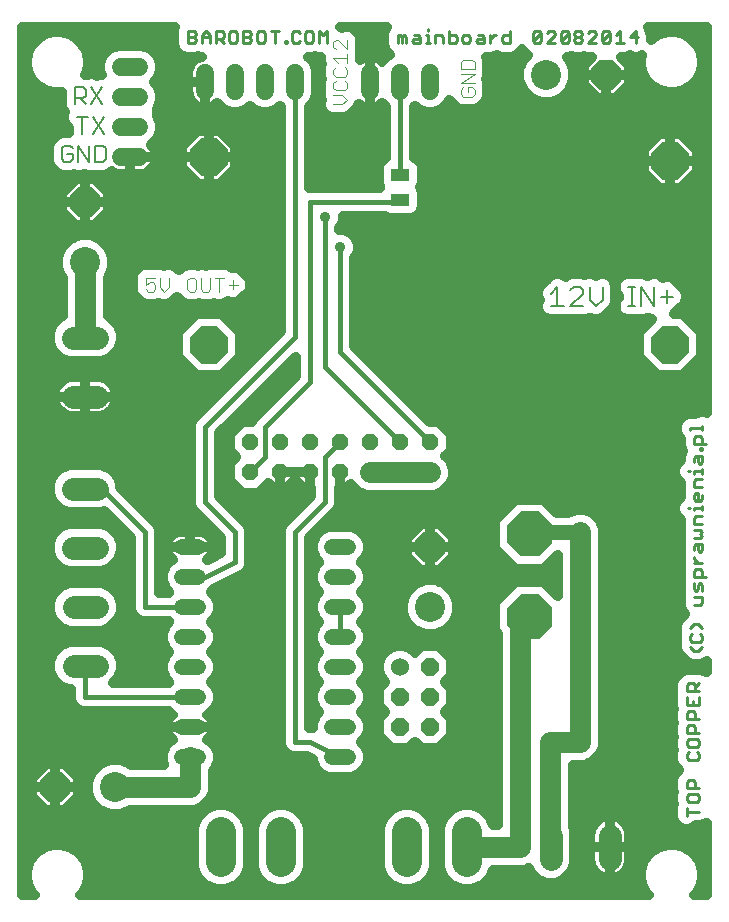
<source format=gtl>
G75*
G70*
%OFA0B0*%
%FSLAX24Y24*%
%IPPOS*%
%LPD*%
%AMOC8*
5,1,8,0,0,1.08239X$1,22.5*
%
%ADD10C,0.0100*%
%ADD11C,0.0060*%
%ADD12C,0.0040*%
%ADD13C,0.0050*%
%ADD14C,0.0600*%
%ADD15C,0.0520*%
%ADD16C,0.0780*%
%ADD17C,0.0600*%
%ADD18OC8,0.0600*%
%ADD19OC8,0.0560*%
%ADD20C,0.1000*%
%ADD21C,0.1000*%
%ADD22OC8,0.1000*%
%ADD23OC8,0.1250*%
%ADD24R,0.0630X0.0411*%
%ADD25OC8,0.1500*%
%ADD26C,0.0320*%
%ADD27C,0.0150*%
%ADD28C,0.0700*%
%ADD29C,0.0357*%
%ADD30C,0.0500*%
D10*
X024011Y004747D02*
X024011Y005013D01*
X024011Y004880D02*
X024411Y004880D01*
X024345Y005207D02*
X024078Y005207D01*
X024011Y005274D01*
X024011Y005407D01*
X024078Y005474D01*
X024345Y005474D01*
X024411Y005407D01*
X024411Y005274D01*
X024345Y005207D01*
X024411Y005667D02*
X024011Y005667D01*
X024011Y005867D01*
X024078Y005934D01*
X024211Y005934D01*
X024278Y005867D01*
X024278Y005667D01*
X024345Y006588D02*
X024078Y006588D01*
X024011Y006655D01*
X024011Y006788D01*
X024078Y006855D01*
X024078Y007048D02*
X024345Y007048D01*
X024411Y007115D01*
X024411Y007248D01*
X024345Y007315D01*
X024078Y007315D01*
X024011Y007248D01*
X024011Y007115D01*
X024078Y007048D01*
X024345Y006855D02*
X024411Y006788D01*
X024411Y006655D01*
X024345Y006588D01*
X024411Y007509D02*
X024011Y007509D01*
X024011Y007709D01*
X024078Y007776D01*
X024211Y007776D01*
X024278Y007709D01*
X024278Y007509D01*
X024278Y007969D02*
X024278Y008169D01*
X024211Y008236D01*
X024078Y008236D01*
X024011Y008169D01*
X024011Y007969D01*
X024411Y007969D01*
X024411Y008429D02*
X024011Y008429D01*
X024011Y008696D01*
X024011Y008890D02*
X024011Y009090D01*
X024078Y009157D01*
X024211Y009157D01*
X024278Y009090D01*
X024278Y008890D01*
X024278Y009023D02*
X024411Y009157D01*
X024411Y008890D02*
X024011Y008890D01*
X024211Y008563D02*
X024211Y008429D01*
X024411Y008429D02*
X024411Y008696D01*
X024403Y010247D02*
X024270Y010247D01*
X024136Y010380D01*
X024203Y010553D02*
X024470Y010553D01*
X024536Y010620D01*
X024536Y010754D01*
X024470Y010820D01*
X024536Y011014D02*
X024403Y011147D01*
X024270Y011147D01*
X024136Y011014D01*
X024203Y010820D02*
X024136Y010754D01*
X024136Y010620D01*
X024203Y010553D01*
X024403Y010247D02*
X024536Y010380D01*
X024470Y011781D02*
X024270Y011781D01*
X024470Y011781D02*
X024536Y011848D01*
X024536Y012048D01*
X024270Y012048D01*
X024336Y012241D02*
X024270Y012308D01*
X024270Y012508D01*
X024403Y012442D02*
X024403Y012308D01*
X024336Y012241D01*
X024536Y012241D02*
X024536Y012442D01*
X024470Y012508D01*
X024403Y012442D01*
X024536Y012702D02*
X024536Y012902D01*
X024470Y012969D01*
X024336Y012969D01*
X024270Y012902D01*
X024270Y012702D01*
X024670Y012702D01*
X024536Y013162D02*
X024270Y013162D01*
X024403Y013162D02*
X024270Y013296D01*
X024270Y013362D01*
X024270Y013612D02*
X024270Y013746D01*
X024336Y013813D01*
X024536Y013813D01*
X024536Y013612D01*
X024470Y013546D01*
X024403Y013612D01*
X024403Y013813D01*
X024470Y014006D02*
X024270Y014006D01*
X024470Y014006D02*
X024536Y014073D01*
X024470Y014139D01*
X024536Y014206D01*
X024470Y014273D01*
X024270Y014273D01*
X024270Y014466D02*
X024270Y014667D01*
X024336Y014733D01*
X024536Y014733D01*
X024536Y014927D02*
X024536Y015060D01*
X024536Y014993D02*
X024270Y014993D01*
X024270Y014927D01*
X024136Y014993D02*
X024069Y014993D01*
X024336Y015234D02*
X024270Y015300D01*
X024270Y015434D01*
X024336Y015501D01*
X024403Y015501D01*
X024403Y015234D01*
X024470Y015234D02*
X024336Y015234D01*
X024470Y015234D02*
X024536Y015300D01*
X024536Y015434D01*
X024536Y015694D02*
X024270Y015694D01*
X024270Y015894D01*
X024336Y015961D01*
X024536Y015961D01*
X024536Y016154D02*
X024536Y016288D01*
X024536Y016221D02*
X024270Y016221D01*
X024270Y016154D01*
X024136Y016221D02*
X024069Y016221D01*
X024270Y016528D02*
X024270Y016661D01*
X024336Y016728D01*
X024536Y016728D01*
X024536Y016528D01*
X024470Y016461D01*
X024403Y016528D01*
X024403Y016728D01*
X024470Y016922D02*
X024470Y016988D01*
X024536Y016988D01*
X024536Y016922D01*
X024470Y016922D01*
X024536Y017152D02*
X024536Y017352D01*
X024470Y017419D01*
X024336Y017419D01*
X024270Y017352D01*
X024270Y017152D01*
X024670Y017152D01*
X024536Y017612D02*
X024536Y017746D01*
X024536Y017679D02*
X024136Y017679D01*
X024136Y017612D01*
X024270Y014466D02*
X024536Y014466D01*
X022309Y030497D02*
X022309Y030897D01*
X022109Y030697D01*
X022376Y030697D01*
X021915Y030497D02*
X021649Y030497D01*
X021782Y030497D02*
X021782Y030897D01*
X021649Y030763D01*
X021455Y030830D02*
X021188Y030563D01*
X021255Y030497D01*
X021388Y030497D01*
X021455Y030563D01*
X021455Y030830D01*
X021388Y030897D01*
X021255Y030897D01*
X021188Y030830D01*
X021188Y030563D01*
X020995Y030497D02*
X020728Y030497D01*
X020995Y030763D01*
X020995Y030830D01*
X020928Y030897D01*
X020795Y030897D01*
X020728Y030830D01*
X020534Y030830D02*
X020534Y030763D01*
X020468Y030697D01*
X020334Y030697D01*
X020267Y030763D01*
X020267Y030830D01*
X020334Y030897D01*
X020468Y030897D01*
X020534Y030830D01*
X020468Y030697D02*
X020534Y030630D01*
X020534Y030563D01*
X020468Y030497D01*
X020334Y030497D01*
X020267Y030563D01*
X020267Y030630D01*
X020334Y030697D01*
X020074Y030830D02*
X020074Y030563D01*
X020007Y030497D01*
X019874Y030497D01*
X019807Y030563D01*
X020074Y030830D01*
X020007Y030897D01*
X019874Y030897D01*
X019807Y030830D01*
X019807Y030563D01*
X019614Y030497D02*
X019347Y030497D01*
X019614Y030763D01*
X019614Y030830D01*
X019547Y030897D01*
X019413Y030897D01*
X019347Y030830D01*
X019153Y030830D02*
X019153Y030563D01*
X019087Y030497D01*
X018953Y030497D01*
X018886Y030563D01*
X019153Y030830D01*
X019087Y030897D01*
X018953Y030897D01*
X018886Y030830D01*
X018886Y030563D01*
X018106Y030497D02*
X017906Y030497D01*
X017839Y030563D01*
X017839Y030697D01*
X017906Y030763D01*
X018106Y030763D01*
X018106Y030897D02*
X018106Y030497D01*
X017656Y030763D02*
X017589Y030763D01*
X017455Y030630D01*
X017455Y030497D02*
X017455Y030763D01*
X017262Y030697D02*
X017262Y030497D01*
X017062Y030497D01*
X016995Y030563D01*
X017062Y030630D01*
X017262Y030630D01*
X017262Y030697D02*
X017195Y030763D01*
X017062Y030763D01*
X016802Y030697D02*
X016802Y030563D01*
X016735Y030497D01*
X016601Y030497D01*
X016535Y030563D01*
X016535Y030697D01*
X016601Y030763D01*
X016735Y030763D01*
X016802Y030697D01*
X016341Y030697D02*
X016341Y030563D01*
X016275Y030497D01*
X016074Y030497D01*
X016074Y030897D01*
X016074Y030763D02*
X016275Y030763D01*
X016341Y030697D01*
X015881Y030697D02*
X015881Y030497D01*
X015881Y030697D02*
X015814Y030763D01*
X015614Y030763D01*
X015614Y030497D01*
X015441Y030497D02*
X015307Y030497D01*
X015374Y030497D02*
X015374Y030763D01*
X015307Y030763D01*
X015374Y030897D02*
X015374Y030964D01*
X015114Y030697D02*
X015114Y030497D01*
X014913Y030497D01*
X014847Y030563D01*
X014913Y030630D01*
X015114Y030630D01*
X015114Y030697D02*
X015047Y030763D01*
X014913Y030763D01*
X014653Y030697D02*
X014653Y030497D01*
X014520Y030497D02*
X014520Y030697D01*
X014587Y030763D01*
X014653Y030697D01*
X014520Y030697D02*
X014453Y030763D01*
X014386Y030763D01*
X014386Y030497D01*
X012027Y030497D02*
X012027Y030897D01*
X011893Y030763D01*
X011760Y030897D01*
X011760Y030497D01*
X011566Y030563D02*
X011566Y030830D01*
X011500Y030897D01*
X011366Y030897D01*
X011299Y030830D01*
X011299Y030563D01*
X011366Y030497D01*
X011500Y030497D01*
X011566Y030563D01*
X011106Y030563D02*
X011039Y030497D01*
X010906Y030497D01*
X010839Y030563D01*
X010839Y030830D01*
X010906Y030897D01*
X011039Y030897D01*
X011106Y030830D01*
X010676Y030563D02*
X010676Y030497D01*
X010609Y030497D01*
X010609Y030563D01*
X010676Y030563D01*
X010415Y030897D02*
X010149Y030897D01*
X010282Y030897D02*
X010282Y030497D01*
X009955Y030563D02*
X009955Y030830D01*
X009888Y030897D01*
X009755Y030897D01*
X009688Y030830D01*
X009688Y030563D01*
X009755Y030497D01*
X009888Y030497D01*
X009955Y030563D01*
X009495Y030563D02*
X009428Y030497D01*
X009228Y030497D01*
X009228Y030897D01*
X009428Y030897D01*
X009495Y030830D01*
X009495Y030763D01*
X009428Y030697D01*
X009228Y030697D01*
X009428Y030697D02*
X009495Y030630D01*
X009495Y030563D01*
X009034Y030563D02*
X009034Y030830D01*
X008968Y030897D01*
X008834Y030897D01*
X008767Y030830D01*
X008767Y030563D01*
X008834Y030497D01*
X008968Y030497D01*
X009034Y030563D01*
X008574Y030497D02*
X008441Y030630D01*
X008507Y030630D02*
X008307Y030630D01*
X008307Y030497D02*
X008307Y030897D01*
X008507Y030897D01*
X008574Y030830D01*
X008574Y030697D01*
X008507Y030630D01*
X008114Y030697D02*
X007847Y030697D01*
X007847Y030763D02*
X007980Y030897D01*
X008114Y030763D01*
X008114Y030497D01*
X007847Y030497D02*
X007847Y030763D01*
X007653Y030763D02*
X007587Y030697D01*
X007386Y030697D01*
X007386Y030897D02*
X007587Y030897D01*
X007653Y030830D01*
X007653Y030763D01*
X007587Y030697D02*
X007653Y030630D01*
X007653Y030563D01*
X007587Y030497D01*
X007386Y030497D01*
X007386Y030897D01*
D11*
X019491Y022154D02*
X019705Y022367D01*
X019705Y021727D01*
X019918Y021727D02*
X019491Y021727D01*
X020136Y021727D02*
X020563Y022154D01*
X020563Y022260D01*
X020456Y022367D01*
X020243Y022367D01*
X020136Y022260D01*
X020136Y021727D02*
X020563Y021727D01*
X020780Y021940D02*
X020994Y021727D01*
X021207Y021940D01*
X021207Y022367D01*
X020780Y022367D02*
X020780Y021940D01*
X022070Y021727D02*
X022283Y021727D01*
X022176Y021727D02*
X022176Y022367D01*
X022070Y022367D02*
X022283Y022367D01*
X022499Y022367D02*
X022926Y021727D01*
X022926Y022367D01*
X023144Y022047D02*
X023571Y022047D01*
X023357Y022260D02*
X023357Y021833D01*
X022499Y021727D02*
X022499Y022367D01*
D12*
X016865Y028717D02*
X016941Y028793D01*
X016941Y028947D01*
X016865Y029023D01*
X016711Y029023D01*
X016711Y028870D01*
X016558Y029023D02*
X016481Y028947D01*
X016481Y028793D01*
X016558Y028717D01*
X016865Y028717D01*
X016941Y029177D02*
X016481Y029177D01*
X016941Y029484D01*
X016481Y029484D01*
X016481Y029637D02*
X016481Y029867D01*
X016558Y029944D01*
X016865Y029944D01*
X016941Y029867D01*
X016941Y029637D01*
X016481Y029637D01*
X012691Y029617D02*
X012615Y029694D01*
X012691Y029617D02*
X012691Y029464D01*
X012615Y029387D01*
X012308Y029387D01*
X012231Y029464D01*
X012231Y029617D01*
X012308Y029694D01*
X012385Y029848D02*
X012231Y030001D01*
X012691Y030001D01*
X012691Y029848D02*
X012691Y030154D01*
X012691Y030308D02*
X012385Y030615D01*
X012308Y030615D01*
X012231Y030538D01*
X012231Y030385D01*
X012308Y030308D01*
X012691Y030308D02*
X012691Y030615D01*
X012615Y029234D02*
X012691Y029157D01*
X012691Y029004D01*
X012615Y028927D01*
X012308Y028927D01*
X012231Y029004D01*
X012231Y029157D01*
X012308Y029234D01*
X012231Y028773D02*
X012538Y028773D01*
X012691Y028620D01*
X012538Y028467D01*
X012231Y028467D01*
X008897Y022600D02*
X008897Y022293D01*
X008744Y022447D02*
X009050Y022447D01*
X008590Y022677D02*
X008283Y022677D01*
X008130Y022677D02*
X008130Y022293D01*
X008053Y022217D01*
X007900Y022217D01*
X007823Y022293D01*
X007823Y022677D01*
X007669Y022600D02*
X007669Y022293D01*
X007593Y022217D01*
X007439Y022217D01*
X007362Y022293D01*
X007362Y022600D01*
X007439Y022677D01*
X007593Y022677D01*
X007669Y022600D01*
X008437Y022677D02*
X008437Y022217D01*
X006749Y022370D02*
X006595Y022217D01*
X006442Y022370D01*
X006442Y022677D01*
X006288Y022677D02*
X005981Y022677D01*
X005981Y022447D01*
X006135Y022523D01*
X006212Y022523D01*
X006288Y022447D01*
X006288Y022293D01*
X006212Y022217D01*
X006058Y022217D01*
X005981Y022293D01*
X006749Y022370D02*
X006749Y022677D01*
D13*
X004554Y026534D02*
X004279Y026534D01*
X004279Y027084D01*
X004554Y027084D01*
X004646Y026993D01*
X004646Y026626D01*
X004554Y026534D01*
X004093Y026534D02*
X004093Y027084D01*
X003726Y027084D02*
X004093Y026534D01*
X003726Y026534D02*
X003726Y027084D01*
X003541Y026993D02*
X003449Y027084D01*
X003266Y027084D01*
X003174Y026993D01*
X003174Y026626D01*
X003266Y026534D01*
X003449Y026534D01*
X003541Y026626D01*
X003541Y026809D01*
X003357Y026809D01*
X003857Y027472D02*
X003857Y028022D01*
X003674Y028022D02*
X004041Y028022D01*
X004226Y028022D02*
X004593Y027472D01*
X004226Y027472D02*
X004593Y028022D01*
X004531Y028472D02*
X004164Y029022D01*
X003978Y028930D02*
X003978Y028747D01*
X003887Y028655D01*
X003611Y028655D01*
X003611Y028472D02*
X003611Y029022D01*
X003887Y029022D01*
X003978Y028930D01*
X003795Y028655D02*
X003978Y028472D01*
X004164Y028472D02*
X004531Y029022D01*
D14*
X005161Y028697D02*
X005761Y028697D01*
X005761Y029697D02*
X005161Y029697D01*
X005161Y027697D02*
X005761Y027697D01*
X005761Y026697D02*
X005161Y026697D01*
X007961Y028897D02*
X007961Y029497D01*
X008961Y029497D02*
X008961Y028897D01*
X009961Y028897D02*
X009961Y029497D01*
X010961Y029497D02*
X010961Y028897D01*
X013461Y028897D02*
X013461Y029497D01*
X014461Y029497D02*
X014461Y028897D01*
X015461Y028897D02*
X015461Y029497D01*
D15*
X012721Y013697D02*
X012201Y013697D01*
X012201Y012697D02*
X012721Y012697D01*
X012721Y011697D02*
X012201Y011697D01*
X012201Y010697D02*
X012721Y010697D01*
X012721Y009697D02*
X012201Y009697D01*
X012201Y008697D02*
X012721Y008697D01*
X012721Y007697D02*
X012201Y007697D01*
X012201Y006697D02*
X012721Y006697D01*
X007721Y006697D02*
X007201Y006697D01*
X007201Y007697D02*
X007721Y007697D01*
X007721Y008697D02*
X007201Y008697D01*
X007201Y009697D02*
X007721Y009697D01*
X007721Y010697D02*
X007201Y010697D01*
X007201Y011697D02*
X007721Y011697D01*
X007721Y012697D02*
X007201Y012697D01*
X007201Y013697D02*
X007721Y013697D01*
D16*
X004350Y013687D02*
X003570Y013686D01*
X003566Y015646D02*
X004346Y015647D01*
X004351Y018717D02*
X003571Y018717D01*
X003571Y020687D02*
X004351Y020687D01*
X004353Y011707D02*
X003573Y011706D01*
X003577Y009746D02*
X004356Y009747D01*
X019481Y004087D02*
X019481Y003307D01*
X021451Y003307D02*
X021451Y004087D01*
D17*
X014461Y009697D03*
D18*
X014461Y008697D03*
X014461Y007697D03*
X015461Y007697D03*
X015461Y008697D03*
X015461Y009697D03*
D19*
X015461Y016197D03*
X015461Y017197D03*
X014461Y017197D03*
X014461Y016197D03*
X013461Y016197D03*
X013461Y017197D03*
X012461Y017197D03*
X012461Y016197D03*
X011461Y016197D03*
X011461Y017197D03*
X010461Y017197D03*
X010461Y016197D03*
X009461Y016197D03*
X009461Y017197D03*
D20*
X008486Y004197D02*
X008486Y003197D01*
X010486Y003197D02*
X010486Y004197D01*
X014686Y004197D02*
X014686Y003197D01*
X016686Y003197D02*
X016686Y004197D01*
D21*
X015461Y011697D03*
X004961Y005697D03*
X003961Y023197D03*
X019336Y029447D03*
D22*
X021336Y029447D03*
X015461Y013697D03*
X003961Y025197D03*
X002961Y005697D03*
D23*
X008086Y020447D03*
X008086Y026697D03*
X023461Y026572D03*
X023461Y020447D03*
D24*
X014461Y025284D03*
X014461Y026109D03*
D25*
X018774Y014134D03*
X018774Y011384D03*
D26*
X001861Y002096D02*
X001861Y031041D01*
X006959Y031041D01*
X006936Y030986D01*
X006936Y030807D01*
X006936Y030786D01*
X006936Y030607D01*
X006936Y030586D01*
X006936Y030407D01*
X007005Y030242D01*
X007131Y030115D01*
X007297Y030047D01*
X007587Y030047D01*
X007676Y030046D01*
X007676Y030047D01*
X007717Y030063D01*
X007757Y030047D01*
X007855Y030047D01*
X007830Y030043D01*
X007746Y030015D01*
X007668Y029975D01*
X007597Y029924D01*
X007534Y029861D01*
X007482Y029790D01*
X007442Y029711D01*
X007415Y029628D01*
X007401Y029541D01*
X007401Y029197D01*
X007961Y029197D01*
X007961Y029196D01*
X007962Y029196D01*
X007962Y028337D01*
X008005Y028337D01*
X008093Y028350D01*
X008176Y028378D01*
X008255Y028418D01*
X008326Y028469D01*
X008365Y028508D01*
X008368Y028500D01*
X008565Y028303D01*
X008822Y028197D01*
X009101Y028197D01*
X009358Y028303D01*
X009461Y028407D01*
X009565Y028303D01*
X009822Y028197D01*
X010101Y028197D01*
X010358Y028303D01*
X010461Y028407D01*
X010486Y028382D01*
X010486Y020893D01*
X007692Y018099D01*
X007559Y017966D01*
X007486Y017791D01*
X007486Y015291D01*
X007486Y015102D01*
X007559Y014927D01*
X008486Y014000D01*
X008486Y013490D01*
X008053Y013273D01*
X008034Y013281D01*
X008060Y013300D01*
X008118Y013358D01*
X008166Y013424D01*
X008203Y013497D01*
X008229Y013575D01*
X008241Y013656D01*
X008241Y013696D01*
X007462Y013696D01*
X007462Y013697D01*
X008241Y013697D01*
X008241Y013737D01*
X008229Y013818D01*
X008203Y013896D01*
X008166Y013969D01*
X008118Y014035D01*
X008060Y014093D01*
X007994Y014141D01*
X007921Y014178D01*
X007843Y014204D01*
X007762Y014216D01*
X007462Y014216D01*
X007462Y013697D01*
X007461Y013697D01*
X007461Y014216D01*
X007160Y014216D01*
X007080Y014204D01*
X007002Y014178D01*
X006929Y014141D01*
X006863Y014093D01*
X006805Y014035D01*
X006757Y013969D01*
X006720Y013896D01*
X006694Y013818D01*
X006681Y013737D01*
X006681Y013697D01*
X007461Y013697D01*
X007461Y013696D01*
X006681Y013696D01*
X006681Y013656D01*
X006694Y013575D01*
X006720Y013497D01*
X006757Y013424D01*
X006805Y013358D01*
X006863Y013300D01*
X006888Y013281D01*
X006828Y013256D01*
X006642Y013070D01*
X006541Y012828D01*
X006541Y012565D01*
X006642Y012323D01*
X006768Y012196D01*
X006743Y012171D01*
X006436Y012171D01*
X006436Y014102D01*
X006436Y014291D01*
X006364Y014466D01*
X005136Y015694D01*
X005136Y015806D01*
X005015Y016096D01*
X004793Y016318D01*
X004502Y016437D01*
X003408Y016436D01*
X003118Y016315D01*
X002896Y016092D01*
X002776Y015802D01*
X002777Y015487D01*
X002897Y015197D01*
X003120Y014975D01*
X003410Y014856D01*
X004505Y014857D01*
X004592Y014894D01*
X005486Y014000D01*
X005486Y011602D01*
X005559Y011427D01*
X005692Y011294D01*
X005867Y011222D01*
X006056Y011222D01*
X006743Y011222D01*
X006768Y011196D01*
X006642Y011070D01*
X006541Y010828D01*
X006541Y010565D01*
X006642Y010323D01*
X006768Y010196D01*
X006642Y010070D01*
X006541Y009828D01*
X006541Y009565D01*
X006642Y009323D01*
X006768Y009196D01*
X006743Y009171D01*
X004898Y009171D01*
X005027Y009301D01*
X005147Y009591D01*
X005146Y009906D01*
X005025Y010196D01*
X004803Y010418D01*
X004512Y010537D01*
X003418Y010536D01*
X003128Y010415D01*
X002906Y010192D01*
X002786Y009902D01*
X002787Y009587D01*
X002908Y009297D01*
X003130Y009075D01*
X003421Y008956D01*
X003486Y008956D01*
X003486Y008602D01*
X003559Y008427D01*
X003692Y008294D01*
X003867Y008222D01*
X004056Y008222D01*
X006743Y008222D01*
X006828Y008137D01*
X006888Y008112D01*
X006863Y008093D01*
X006805Y008035D01*
X006757Y007969D01*
X006720Y007896D01*
X006694Y007818D01*
X006681Y007737D01*
X006681Y007697D01*
X007461Y007697D01*
X007461Y007696D01*
X006681Y007696D01*
X006681Y007656D01*
X006694Y007575D01*
X006720Y007497D01*
X006757Y007424D01*
X006805Y007358D01*
X006863Y007300D01*
X006888Y007281D01*
X006828Y007256D01*
X006642Y007070D01*
X006541Y006828D01*
X006541Y006565D01*
X006591Y006446D01*
X005484Y006446D01*
X005471Y006459D01*
X005140Y006596D01*
X004782Y006596D01*
X004452Y006459D01*
X004198Y006206D01*
X004061Y005876D01*
X004061Y005517D01*
X004198Y005187D01*
X004452Y004934D01*
X004782Y004797D01*
X005140Y004797D01*
X005471Y004934D01*
X005484Y004947D01*
X007611Y004947D01*
X007886Y005061D01*
X008097Y005272D01*
X008211Y005547D01*
X008211Y005846D01*
X008211Y006253D01*
X008281Y006323D01*
X008381Y006565D01*
X008381Y006828D01*
X008281Y007070D01*
X008095Y007256D01*
X008034Y007281D01*
X008060Y007300D01*
X008118Y007358D01*
X008166Y007424D01*
X008203Y007497D01*
X008229Y007575D01*
X008241Y007656D01*
X008241Y007696D01*
X007462Y007696D01*
X007462Y007697D01*
X008241Y007697D01*
X008241Y007737D01*
X008229Y007818D01*
X008203Y007896D01*
X008166Y007969D01*
X008118Y008035D01*
X008060Y008093D01*
X008034Y008112D01*
X008095Y008137D01*
X008281Y008323D01*
X008381Y008565D01*
X008381Y008828D01*
X008281Y009070D01*
X008155Y009196D01*
X008281Y009323D01*
X008381Y009565D01*
X008381Y009828D01*
X008281Y010070D01*
X008155Y010196D01*
X008281Y010323D01*
X008381Y010565D01*
X008381Y010828D01*
X008281Y011070D01*
X008155Y011196D01*
X008281Y011323D01*
X008381Y011565D01*
X008381Y011828D01*
X008281Y012070D01*
X008155Y012196D01*
X008281Y012323D01*
X008282Y012326D01*
X009159Y012764D01*
X009230Y012794D01*
X009243Y012806D01*
X009258Y012814D01*
X009309Y012873D01*
X009364Y012927D01*
X009371Y012944D01*
X009382Y012957D01*
X009407Y013030D01*
X009436Y013102D01*
X009436Y013119D01*
X009442Y013136D01*
X009436Y013214D01*
X009436Y014291D01*
X009364Y014466D01*
X009230Y014599D01*
X008436Y015393D01*
X008436Y017500D01*
X010986Y020050D01*
X010986Y019393D01*
X009692Y018099D01*
X009559Y017966D01*
X009522Y017876D01*
X009180Y017876D01*
X008781Y017478D01*
X008781Y016915D01*
X009000Y016696D01*
X008781Y016478D01*
X008781Y015915D01*
X009180Y015517D01*
X009743Y015517D01*
X010060Y015834D01*
X010238Y015657D01*
X010461Y015657D01*
X010461Y016196D01*
X010462Y016196D01*
X010462Y016197D01*
X010921Y016197D01*
X011461Y016197D01*
X011461Y016196D01*
X011462Y016196D01*
X011462Y015657D01*
X011486Y015657D01*
X011486Y015393D01*
X010692Y014599D01*
X010559Y014466D01*
X010486Y014291D01*
X010486Y007291D01*
X010486Y007102D01*
X010559Y006927D01*
X010692Y006794D01*
X010867Y006722D01*
X011349Y006722D01*
X011541Y006625D01*
X011541Y006565D01*
X011642Y006323D01*
X011828Y006137D01*
X012070Y006037D01*
X012853Y006037D01*
X013095Y006137D01*
X013281Y006323D01*
X013381Y006565D01*
X013381Y006828D01*
X013281Y007070D01*
X013155Y007196D01*
X013281Y007323D01*
X013381Y007565D01*
X013381Y007828D01*
X013281Y008070D01*
X013155Y008196D01*
X013281Y008323D01*
X013381Y008565D01*
X013381Y008828D01*
X013281Y009070D01*
X013155Y009196D01*
X013281Y009323D01*
X013381Y009565D01*
X013381Y009828D01*
X013281Y010070D01*
X013155Y010196D01*
X013281Y010323D01*
X013381Y010565D01*
X013381Y010828D01*
X013281Y011070D01*
X013155Y011196D01*
X013281Y011323D01*
X013381Y011565D01*
X013381Y011828D01*
X013281Y012070D01*
X013155Y012196D01*
X013281Y012323D01*
X013381Y012565D01*
X013381Y012828D01*
X013281Y013070D01*
X013155Y013196D01*
X013281Y013323D01*
X013381Y013565D01*
X013381Y013828D01*
X013281Y014070D01*
X013095Y014256D01*
X012853Y014356D01*
X012070Y014356D01*
X011828Y014256D01*
X011642Y014070D01*
X011541Y013828D01*
X011541Y013565D01*
X011642Y013323D01*
X011768Y013196D01*
X011642Y013070D01*
X011541Y012828D01*
X011541Y012565D01*
X011642Y012323D01*
X011768Y012196D01*
X011642Y012070D01*
X011541Y011828D01*
X011541Y011565D01*
X011642Y011323D01*
X011768Y011196D01*
X011642Y011070D01*
X011541Y010828D01*
X011541Y010565D01*
X011642Y010323D01*
X011768Y010196D01*
X011642Y010070D01*
X011541Y009828D01*
X011541Y009565D01*
X011642Y009323D01*
X011768Y009196D01*
X011642Y009070D01*
X011541Y008828D01*
X011541Y008565D01*
X011642Y008323D01*
X011768Y008196D01*
X011642Y008070D01*
X011541Y007828D01*
X011541Y007671D01*
X011478Y007671D01*
X011436Y007674D01*
X011436Y014000D01*
X012364Y014927D01*
X012436Y015102D01*
X012436Y015291D01*
X012436Y015657D01*
X012461Y015657D01*
X012461Y016196D01*
X012462Y016196D01*
X012462Y015657D01*
X012685Y015657D01*
X012818Y015790D01*
X012826Y015772D01*
X013037Y015561D01*
X013312Y015447D01*
X014312Y015447D01*
X015611Y015447D01*
X015886Y015561D01*
X016097Y015772D01*
X016211Y016047D01*
X016211Y016346D01*
X016097Y016621D01*
X015972Y016746D01*
X016141Y016915D01*
X016141Y017478D01*
X015743Y017876D01*
X015453Y017876D01*
X012936Y020393D01*
X012936Y023354D01*
X012952Y023369D01*
X013040Y023581D01*
X013040Y023812D01*
X012952Y024024D01*
X012789Y024187D01*
X012576Y024275D01*
X012436Y024275D01*
X012436Y024354D01*
X012452Y024369D01*
X012540Y024581D01*
X012540Y024722D01*
X013963Y024722D01*
X014067Y024679D01*
X014856Y024679D01*
X015003Y024740D01*
X015115Y024852D01*
X015176Y024999D01*
X015176Y025569D01*
X015124Y025697D01*
X015176Y025824D01*
X015176Y026394D01*
X015115Y026541D01*
X015003Y026654D01*
X014936Y026681D01*
X014936Y028382D01*
X014961Y028407D01*
X015065Y028303D01*
X015322Y028197D01*
X015601Y028197D01*
X015858Y028303D01*
X016055Y028500D01*
X016101Y028612D01*
X016125Y028555D01*
X016224Y028456D01*
X016243Y028437D01*
X016243Y028437D01*
X016318Y028362D01*
X016320Y028360D01*
X016447Y028308D01*
X016474Y028297D01*
X016474Y028296D01*
X016474Y028297D02*
X016474Y028297D01*
X016474Y028296D02*
X016557Y028297D01*
X016781Y028297D01*
X016948Y028297D01*
X017103Y028360D01*
X017179Y028437D01*
X017297Y028555D01*
X017361Y028710D01*
X017361Y028946D01*
X017361Y029030D01*
X017351Y029055D01*
X017348Y029062D01*
X017361Y029093D01*
X017361Y029260D01*
X017337Y029320D01*
X017345Y029361D01*
X017361Y029400D01*
X017361Y029442D01*
X017370Y029483D01*
X017361Y029525D01*
X017361Y029554D01*
X017361Y029866D01*
X017361Y029951D01*
X017351Y029976D01*
X017322Y030047D01*
X017351Y030047D01*
X017359Y030050D01*
X017366Y030047D01*
X017545Y030047D01*
X017681Y030103D01*
X017816Y030047D01*
X017995Y030047D01*
X018195Y030047D01*
X018361Y030115D01*
X018487Y030242D01*
X018512Y030301D01*
X018631Y030182D01*
X018698Y030115D01*
X018722Y030105D01*
X018573Y029956D01*
X018436Y029626D01*
X018436Y029267D01*
X018573Y028937D01*
X018827Y028684D01*
X019157Y028547D01*
X019515Y028547D01*
X019846Y028684D01*
X020099Y028937D01*
X020236Y029267D01*
X020236Y029626D01*
X020099Y029956D01*
X020009Y030047D01*
X020097Y030046D01*
X020097Y030047D02*
X020139Y030064D01*
X020171Y030077D01*
X020245Y030047D01*
X020424Y030047D01*
X020468Y030047D01*
X020557Y030046D01*
X020557Y030047D01*
X020598Y030063D01*
X020638Y030047D01*
X020817Y030047D01*
X020862Y030047D01*
X020576Y029761D01*
X020576Y029447D01*
X021336Y029447D01*
X021336Y029446D01*
X021337Y029446D01*
X021337Y029447D01*
X022096Y029447D01*
X022096Y029761D01*
X021811Y030047D01*
X022005Y030047D01*
X022112Y030091D01*
X022220Y030047D01*
X022399Y030047D01*
X022525Y030099D01*
X022498Y029999D01*
X022498Y029733D01*
X022567Y029476D01*
X022700Y029246D01*
X022888Y029057D01*
X023119Y028924D01*
X023376Y028856D01*
X023642Y028856D01*
X023899Y028924D01*
X024129Y029057D01*
X024317Y029246D01*
X024450Y029476D01*
X024519Y029733D01*
X024519Y029999D01*
X024450Y030256D01*
X024317Y030486D01*
X024129Y030674D01*
X023899Y030807D01*
X023642Y030876D01*
X023376Y030876D01*
X023119Y030807D01*
X022888Y030674D01*
X022826Y030612D01*
X022826Y030786D01*
X022759Y030947D01*
X022759Y030986D01*
X022736Y031041D01*
X024683Y031041D01*
X024683Y018172D01*
X024626Y018196D01*
X024447Y018196D01*
X024286Y018129D01*
X024047Y018129D01*
X023881Y018060D01*
X023755Y017934D01*
X023686Y017768D01*
X023686Y017589D01*
X023686Y017523D01*
X023755Y017357D01*
X023820Y017292D01*
X023820Y017062D01*
X023884Y016907D01*
X023820Y016751D01*
X023820Y016605D01*
X023814Y016603D01*
X023688Y016476D01*
X023619Y016311D01*
X023619Y016132D01*
X023688Y015966D01*
X023814Y015840D01*
X023820Y015837D01*
X023820Y015805D01*
X023820Y015604D01*
X023836Y015564D01*
X023820Y015523D01*
X023820Y015390D01*
X023819Y015390D01*
X023820Y015377D01*
X023814Y015375D01*
X023688Y015248D01*
X023619Y015083D01*
X023619Y014904D01*
X023688Y014739D01*
X023814Y014612D01*
X023820Y014610D01*
X023820Y014577D01*
X023820Y014556D01*
X023820Y014377D01*
X023823Y014370D01*
X023820Y014362D01*
X023820Y014183D01*
X023838Y014139D01*
X023820Y014096D01*
X023820Y013917D01*
X023836Y013876D01*
X023820Y013835D01*
X023820Y013656D01*
X023820Y013523D01*
X023834Y013487D01*
X023820Y013452D01*
X023820Y013206D01*
X023820Y013073D01*
X023836Y013032D01*
X023820Y012991D01*
X023820Y012812D01*
X023820Y012612D01*
X023823Y012605D01*
X023820Y012598D01*
X023820Y012398D01*
X023819Y012397D01*
X023820Y012309D01*
X023820Y012219D01*
X023820Y012218D01*
X023836Y012178D01*
X023820Y012137D01*
X023820Y011958D01*
X023838Y011914D01*
X023820Y011871D01*
X023820Y011691D01*
X023888Y011526D01*
X023950Y011464D01*
X023755Y011269D01*
X023686Y011103D01*
X023686Y010924D01*
X023703Y010884D01*
X023686Y010843D01*
X023686Y010710D01*
X023686Y010709D01*
X023686Y010619D01*
X023686Y010531D01*
X023686Y010531D01*
X023686Y010530D01*
X023699Y010500D01*
X023686Y010469D01*
X023686Y010290D01*
X023755Y010125D01*
X024015Y009865D01*
X024180Y009797D01*
X024359Y009797D01*
X024492Y009797D01*
X024658Y009865D01*
X024683Y009891D01*
X024683Y009521D01*
X024666Y009538D01*
X024501Y009607D01*
X024322Y009607D01*
X024311Y009602D01*
X024301Y009607D01*
X024122Y009607D01*
X023988Y009607D01*
X023823Y009538D01*
X023696Y009411D01*
X023630Y009345D01*
X023561Y009179D01*
X023561Y009000D01*
X023561Y008800D01*
X023564Y008793D01*
X023561Y008786D01*
X023561Y008519D01*
X023561Y008340D01*
X023578Y008299D01*
X023561Y008259D01*
X023561Y008080D01*
X023561Y007879D01*
X023578Y007839D01*
X023561Y007798D01*
X023561Y007619D01*
X023561Y007419D01*
X023578Y007379D01*
X023561Y007338D01*
X023561Y007204D01*
X023561Y007114D01*
X023561Y007025D01*
X023592Y006952D01*
X023561Y006878D01*
X023561Y006744D01*
X023561Y006654D01*
X023561Y006565D01*
X023594Y006487D01*
X023630Y006400D01*
X023630Y006400D01*
X023630Y006400D01*
X023695Y006334D01*
X023756Y006273D01*
X023756Y006273D01*
X023758Y006272D01*
X023768Y006261D01*
X023696Y006189D01*
X023630Y006122D01*
X023561Y005957D01*
X023561Y005778D01*
X023561Y005578D01*
X023578Y005537D01*
X023561Y005497D01*
X023561Y005363D01*
X023561Y005272D01*
X023561Y005184D01*
X023561Y005184D01*
X023561Y005184D01*
X023578Y005143D01*
X023561Y005103D01*
X023561Y004657D01*
X023630Y004492D01*
X023756Y004365D01*
X023922Y004297D01*
X024101Y004297D01*
X024266Y004365D01*
X024331Y004430D01*
X024501Y004430D01*
X024666Y004498D01*
X024683Y004516D01*
X024683Y002096D01*
X024262Y002096D01*
X024317Y002151D01*
X024450Y002381D01*
X024519Y002638D01*
X024519Y002904D01*
X024450Y003161D01*
X024317Y003392D01*
X024129Y003580D01*
X023899Y003713D01*
X023642Y003782D01*
X023376Y003782D01*
X023119Y003713D01*
X022888Y003580D01*
X022700Y003392D01*
X022567Y003161D01*
X022498Y002904D01*
X022498Y002638D01*
X022567Y002381D01*
X022700Y002151D01*
X022755Y002096D01*
X003790Y002096D01*
X003845Y002151D01*
X003978Y002381D01*
X004046Y002638D01*
X004046Y002904D01*
X003978Y003161D01*
X003845Y003392D01*
X003656Y003580D01*
X003426Y003713D01*
X003169Y003782D01*
X002903Y003782D01*
X002646Y003713D01*
X002416Y003580D01*
X002228Y003392D01*
X002095Y003161D01*
X002026Y002904D01*
X002026Y002638D01*
X002095Y002381D01*
X002228Y002151D01*
X002282Y002096D01*
X001861Y002096D01*
X001861Y002354D02*
X002111Y002354D01*
X002026Y002672D02*
X001861Y002672D01*
X001861Y002991D02*
X002049Y002991D01*
X002180Y003309D02*
X001861Y003309D01*
X001861Y003628D02*
X002499Y003628D01*
X001861Y003946D02*
X007586Y003946D01*
X007586Y003628D02*
X003573Y003628D01*
X003892Y003309D02*
X007586Y003309D01*
X007586Y003017D02*
X007723Y002687D01*
X007977Y002434D01*
X008307Y002297D01*
X008665Y002297D01*
X008996Y002434D01*
X009249Y002687D01*
X009386Y003017D01*
X009386Y004376D01*
X009249Y004706D01*
X008996Y004959D01*
X008665Y005096D01*
X008307Y005096D01*
X007977Y004959D01*
X007723Y004706D01*
X007586Y004376D01*
X007586Y003017D01*
X007598Y002991D02*
X004023Y002991D01*
X004046Y002672D02*
X007738Y002672D01*
X008170Y002354D02*
X003961Y002354D01*
X004528Y004902D02*
X001861Y004902D01*
X001861Y005220D02*
X002363Y005220D01*
X002201Y005382D02*
X002201Y005696D01*
X002961Y005696D01*
X002962Y005696D01*
X002962Y005697D01*
X003721Y005697D01*
X003721Y006011D01*
X003276Y006456D01*
X002962Y006456D01*
X002962Y005697D01*
X002961Y005697D01*
X002961Y006456D01*
X002647Y006456D01*
X002201Y006011D01*
X002201Y005697D01*
X002961Y005697D01*
X002961Y005696D01*
X002961Y004937D01*
X002647Y004937D01*
X002201Y005382D01*
X002201Y005539D02*
X001861Y005539D01*
X001861Y005857D02*
X002201Y005857D01*
X002366Y006176D02*
X001861Y006176D01*
X001861Y006495D02*
X004536Y006495D01*
X004186Y006176D02*
X003557Y006176D01*
X003721Y005857D02*
X004061Y005857D01*
X004061Y005539D02*
X003721Y005539D01*
X003721Y005696D02*
X002962Y005696D01*
X002962Y004937D01*
X003276Y004937D01*
X003721Y005382D01*
X003721Y005696D01*
X003560Y005220D02*
X004184Y005220D01*
X002962Y005220D02*
X002961Y005220D01*
X002961Y005539D02*
X002962Y005539D01*
X002961Y005857D02*
X002962Y005857D01*
X002961Y006176D02*
X002962Y006176D01*
X001861Y006813D02*
X006541Y006813D01*
X006571Y006495D02*
X005387Y006495D01*
X006703Y007132D02*
X001861Y007132D01*
X001861Y007450D02*
X006743Y007450D01*
X006686Y007769D02*
X001861Y007769D01*
X001861Y008087D02*
X006857Y008087D01*
X008066Y008087D02*
X010486Y008087D01*
X010486Y007769D02*
X008236Y007769D01*
X008179Y007450D02*
X010486Y007450D01*
X010486Y007132D02*
X008220Y007132D01*
X008381Y006813D02*
X010673Y006813D01*
X011571Y006495D02*
X008352Y006495D01*
X008211Y006176D02*
X011789Y006176D01*
X010996Y004959D02*
X010665Y005096D01*
X010307Y005096D01*
X009977Y004959D01*
X009723Y004706D01*
X009586Y004376D01*
X009586Y003017D01*
X009723Y002687D01*
X009977Y002434D01*
X010307Y002297D01*
X010665Y002297D01*
X010996Y002434D01*
X011249Y002687D01*
X011386Y003017D01*
X011386Y004376D01*
X011249Y004706D01*
X010996Y004959D01*
X011054Y004902D02*
X014119Y004902D01*
X014177Y004959D02*
X013923Y004706D01*
X013786Y004376D01*
X013786Y003017D01*
X013923Y002687D01*
X014177Y002434D01*
X014507Y002297D01*
X014865Y002297D01*
X015196Y002434D01*
X015449Y002687D01*
X015586Y003017D01*
X015586Y004376D01*
X015449Y004706D01*
X015196Y004959D01*
X014865Y005096D01*
X014507Y005096D01*
X014177Y004959D01*
X013872Y004583D02*
X011300Y004583D01*
X011386Y004265D02*
X013786Y004265D01*
X013786Y003946D02*
X011386Y003946D01*
X011386Y003628D02*
X013786Y003628D01*
X013786Y003309D02*
X011386Y003309D01*
X011375Y002991D02*
X013798Y002991D01*
X013938Y002672D02*
X011235Y002672D01*
X010803Y002354D02*
X014370Y002354D01*
X015003Y002354D02*
X016370Y002354D01*
X016507Y002297D02*
X016177Y002434D01*
X015923Y002687D01*
X015786Y003017D01*
X015786Y004376D01*
X015923Y004706D01*
X016177Y004959D01*
X016507Y005096D01*
X016865Y005096D01*
X017196Y004959D01*
X017449Y004706D01*
X017557Y004446D01*
X017711Y004446D01*
X017711Y010820D01*
X017624Y010908D01*
X017624Y011860D01*
X018298Y012534D01*
X019250Y012534D01*
X019711Y012073D01*
X019711Y013445D01*
X019250Y012984D01*
X018298Y012984D01*
X017624Y013658D01*
X017624Y014610D01*
X018298Y015284D01*
X019250Y015284D01*
X019688Y014846D01*
X020071Y014846D01*
X020312Y014946D01*
X020611Y014946D01*
X020886Y014832D01*
X021097Y014621D01*
X021211Y014346D01*
X021211Y007047D01*
X021097Y006772D01*
X020886Y006561D01*
X020611Y006447D01*
X020312Y006447D01*
X020211Y006447D01*
X020211Y004388D01*
X020271Y004244D01*
X020271Y003149D01*
X020151Y002859D01*
X019929Y002637D01*
X019639Y002517D01*
X019324Y002517D01*
X019034Y002637D01*
X018812Y002859D01*
X018751Y003005D01*
X018611Y002947D01*
X017557Y002947D01*
X017449Y002687D01*
X017196Y002434D01*
X016865Y002297D01*
X016507Y002297D01*
X017003Y002354D02*
X022583Y002354D01*
X022498Y002672D02*
X021595Y002672D01*
X021579Y002668D02*
X021661Y002690D01*
X021739Y002722D01*
X021813Y002765D01*
X021881Y002817D01*
X021941Y002877D01*
X021993Y002945D01*
X022036Y003018D01*
X022068Y003097D01*
X022090Y003179D01*
X022101Y003264D01*
X022101Y003696D01*
X021452Y003696D01*
X021452Y003697D01*
X022101Y003697D01*
X022101Y004129D01*
X022090Y004214D01*
X022068Y004296D01*
X022036Y004375D01*
X021993Y004448D01*
X021941Y004516D01*
X021881Y004576D01*
X021813Y004628D01*
X021739Y004671D01*
X021661Y004703D01*
X021579Y004725D01*
X021494Y004736D01*
X021452Y004736D01*
X021452Y003697D01*
X021451Y003697D01*
X021451Y004736D01*
X021409Y004736D01*
X021324Y004725D01*
X021242Y004703D01*
X021163Y004671D01*
X021089Y004628D01*
X021022Y004576D01*
X020962Y004516D01*
X020910Y004448D01*
X020867Y004375D01*
X020835Y004296D01*
X020813Y004214D01*
X020801Y004129D01*
X020801Y003697D01*
X021451Y003697D01*
X021451Y003696D01*
X021452Y003696D01*
X021452Y002657D01*
X021494Y002657D01*
X021579Y002668D01*
X021452Y002672D02*
X021451Y002672D01*
X021451Y002657D02*
X021451Y003696D01*
X020801Y003696D01*
X020801Y003264D01*
X020813Y003179D01*
X020835Y003097D01*
X020867Y003018D01*
X020910Y002945D01*
X020962Y002877D01*
X021022Y002817D01*
X021089Y002765D01*
X021163Y002722D01*
X021242Y002690D01*
X021324Y002668D01*
X021409Y002657D01*
X021451Y002657D01*
X021308Y002672D02*
X019964Y002672D01*
X020206Y002991D02*
X020883Y002991D01*
X020801Y003309D02*
X020271Y003309D01*
X020271Y003628D02*
X020801Y003628D01*
X020801Y003946D02*
X020271Y003946D01*
X020263Y004265D02*
X020826Y004265D01*
X021031Y004583D02*
X020211Y004583D01*
X020211Y004902D02*
X023561Y004902D01*
X023561Y005220D02*
X020211Y005220D01*
X020211Y005539D02*
X023577Y005539D01*
X023561Y005363D02*
X023561Y005363D01*
X023561Y005857D02*
X020211Y005857D01*
X020211Y006176D02*
X023683Y006176D01*
X023590Y006495D02*
X020727Y006495D01*
X021114Y006813D02*
X023561Y006813D01*
X023561Y006744D02*
X023561Y006744D01*
X023561Y006565D02*
X023561Y006565D01*
X023561Y006565D01*
X023561Y007025D02*
X023561Y007025D01*
X023561Y007025D01*
X023561Y007132D02*
X021211Y007132D01*
X021211Y007450D02*
X023561Y007450D01*
X023561Y007204D02*
X023561Y007204D01*
X023561Y007769D02*
X021211Y007769D01*
X021211Y008087D02*
X023561Y008087D01*
X023561Y008406D02*
X021211Y008406D01*
X021211Y008724D02*
X023561Y008724D01*
X023561Y009043D02*
X021211Y009043D01*
X021211Y009361D02*
X023646Y009361D01*
X023881Y009999D02*
X021211Y009999D01*
X021211Y010317D02*
X023686Y010317D01*
X023686Y010636D02*
X021211Y010636D01*
X021211Y010954D02*
X023686Y010954D01*
X023759Y011273D02*
X021211Y011273D01*
X021211Y011591D02*
X023861Y011591D01*
X023836Y011910D02*
X021211Y011910D01*
X021211Y012228D02*
X023820Y012228D01*
X023820Y012218D02*
X023820Y012218D01*
X023820Y012547D02*
X021211Y012547D01*
X021211Y012865D02*
X023820Y012865D01*
X023820Y013184D02*
X021211Y013184D01*
X021211Y013503D02*
X023828Y013503D01*
X023820Y013206D02*
X023820Y013206D01*
X023820Y013821D02*
X021211Y013821D01*
X021211Y014140D02*
X023838Y014140D01*
X023820Y014458D02*
X021165Y014458D01*
X020942Y014777D02*
X023672Y014777D01*
X023624Y015095D02*
X019439Y015095D01*
X018109Y015095D02*
X012434Y015095D01*
X012436Y015414D02*
X023820Y015414D01*
X023820Y015732D02*
X016058Y015732D01*
X016211Y016051D02*
X023653Y016051D01*
X023644Y016369D02*
X016202Y016369D01*
X016031Y016688D02*
X023820Y016688D01*
X023843Y017006D02*
X016141Y017006D01*
X016141Y017325D02*
X023787Y017325D01*
X023686Y017644D02*
X015976Y017644D01*
X015368Y017962D02*
X023783Y017962D01*
X024683Y018281D02*
X015049Y018281D01*
X014730Y018599D02*
X024683Y018599D01*
X024683Y018918D02*
X014412Y018918D01*
X014093Y019236D02*
X024683Y019236D01*
X024683Y019555D02*
X024019Y019555D01*
X023886Y019422D02*
X024486Y020022D01*
X024486Y020871D01*
X023886Y021471D01*
X023604Y021471D01*
X023722Y021590D01*
X023749Y021655D01*
X023814Y021682D01*
X023935Y021803D01*
X024001Y021961D01*
X024001Y022132D01*
X023935Y022290D01*
X023814Y022411D01*
X023749Y022438D01*
X023722Y022504D01*
X023601Y022625D01*
X023443Y022690D01*
X023272Y022690D01*
X023229Y022672D01*
X023170Y022732D01*
X023012Y022797D01*
X022841Y022797D01*
X022713Y022744D01*
X022703Y022748D01*
X022667Y022772D01*
X022625Y022780D01*
X022585Y022797D01*
X022542Y022797D01*
X022500Y022805D01*
X022457Y022797D01*
X022414Y022797D01*
X022391Y022788D01*
X022369Y022797D01*
X021984Y022797D01*
X021826Y022732D01*
X021705Y022611D01*
X021640Y022453D01*
X021640Y022281D01*
X021705Y022123D01*
X021746Y022082D01*
X021746Y022011D01*
X021705Y021970D01*
X021640Y021812D01*
X021640Y021641D01*
X021705Y021483D01*
X021826Y021362D01*
X021984Y021297D01*
X022091Y021297D01*
X022262Y021297D01*
X022369Y021297D01*
X022391Y021306D01*
X022414Y021297D01*
X022585Y021297D01*
X022713Y021350D01*
X022722Y021346D01*
X022758Y021322D01*
X022801Y021313D01*
X022841Y021297D01*
X022862Y021297D01*
X022436Y020871D01*
X022436Y020022D01*
X023037Y019422D01*
X023886Y019422D01*
X024338Y019873D02*
X024683Y019873D01*
X024683Y020192D02*
X024486Y020192D01*
X024486Y020510D02*
X024683Y020510D01*
X024683Y020829D02*
X024486Y020829D01*
X024683Y021148D02*
X024210Y021148D01*
X023891Y021466D02*
X024683Y021466D01*
X024683Y021785D02*
X023917Y021785D01*
X024001Y022103D02*
X024683Y022103D01*
X024683Y022422D02*
X023789Y022422D01*
X023149Y022740D02*
X024683Y022740D01*
X024683Y023059D02*
X012936Y023059D01*
X012936Y022740D02*
X019482Y022740D01*
X019461Y022732D02*
X019340Y022611D01*
X019127Y022397D01*
X019061Y022239D01*
X019061Y022068D01*
X019114Y021940D01*
X019061Y021812D01*
X019061Y021641D01*
X019127Y021483D01*
X019248Y021362D01*
X019406Y021297D01*
X020004Y021297D01*
X020027Y021306D01*
X020050Y021297D01*
X020221Y021297D01*
X020648Y021297D01*
X020778Y021350D01*
X020908Y021297D01*
X021079Y021297D01*
X021238Y021362D01*
X021451Y021576D01*
X021572Y021696D01*
X021637Y021854D01*
X021637Y022453D01*
X021572Y022611D01*
X021451Y022732D01*
X021293Y022797D01*
X021122Y022797D01*
X020994Y022744D01*
X020866Y022797D01*
X020695Y022797D01*
X020618Y022765D01*
X020597Y022774D01*
X020542Y022797D01*
X020328Y022797D01*
X020157Y022797D01*
X019999Y022732D01*
X019974Y022706D01*
X019948Y022732D01*
X019790Y022797D01*
X019619Y022797D01*
X019461Y022732D01*
X019152Y022422D02*
X012936Y022422D01*
X012936Y022103D02*
X019061Y022103D01*
X019061Y021785D02*
X012936Y021785D01*
X012936Y021466D02*
X019144Y021466D01*
X019927Y022740D02*
X020020Y022740D01*
X021430Y022740D02*
X021847Y022740D01*
X021640Y022422D02*
X021637Y022422D01*
X021637Y022103D02*
X021725Y022103D01*
X021640Y021785D02*
X021609Y021785D01*
X021722Y021466D02*
X021342Y021466D01*
X022436Y020829D02*
X012936Y020829D01*
X012936Y020510D02*
X022436Y020510D01*
X022436Y020192D02*
X013138Y020192D01*
X013456Y019873D02*
X022585Y019873D01*
X022904Y019555D02*
X013775Y019555D01*
X012936Y021148D02*
X022713Y021148D01*
X024683Y023377D02*
X012955Y023377D01*
X013040Y023696D02*
X024683Y023696D01*
X024683Y024014D02*
X012956Y024014D01*
X012436Y024333D02*
X024683Y024333D01*
X024683Y024652D02*
X012540Y024652D01*
X011556Y025671D02*
X011436Y025671D01*
X011436Y028382D01*
X011555Y028500D01*
X011661Y028757D01*
X011661Y029636D01*
X011555Y029893D01*
X011401Y030047D01*
X011456Y030047D01*
X011498Y030047D01*
X011589Y030046D01*
X011589Y030047D01*
X011627Y030062D01*
X011630Y030063D01*
X011670Y030047D01*
X011811Y030047D01*
X011811Y029917D01*
X011855Y029811D01*
X011856Y029809D01*
X011811Y029701D01*
X011811Y029547D01*
X011811Y029463D01*
X011811Y029380D01*
X011827Y029341D01*
X011840Y029310D01*
X011811Y029241D01*
X011811Y029087D01*
X011811Y029003D01*
X011811Y028920D01*
X011811Y028920D01*
X011811Y028920D01*
X011824Y028888D01*
X011811Y028857D01*
X011811Y028690D01*
X011840Y028620D01*
X011811Y028550D01*
X011811Y028383D01*
X011875Y028229D01*
X011993Y028110D01*
X012147Y028047D01*
X012454Y028047D01*
X012622Y028047D01*
X012776Y028110D01*
X012929Y028264D01*
X013047Y028382D01*
X013047Y028382D01*
X013047Y028382D01*
X013065Y028424D01*
X013087Y028479D01*
X013097Y028469D01*
X013168Y028418D01*
X013246Y028378D01*
X013330Y028350D01*
X013417Y028337D01*
X013461Y028337D01*
X013461Y029196D01*
X013462Y029196D01*
X013462Y028337D01*
X013505Y028337D01*
X013593Y028350D01*
X013676Y028378D01*
X013755Y028418D01*
X013826Y028469D01*
X013865Y028508D01*
X013868Y028500D01*
X013986Y028382D01*
X013986Y026681D01*
X013920Y026654D01*
X013807Y026541D01*
X013746Y026394D01*
X013746Y025824D01*
X013799Y025697D01*
X013789Y025671D01*
X011556Y025671D01*
X011436Y025926D02*
X013746Y025926D01*
X013746Y026244D02*
X011436Y026244D01*
X011436Y026563D02*
X013829Y026563D01*
X013986Y026881D02*
X011436Y026881D01*
X011436Y027200D02*
X013986Y027200D01*
X013986Y027518D02*
X011436Y027518D01*
X011436Y027837D02*
X013986Y027837D01*
X013986Y028156D02*
X012821Y028156D01*
X013086Y028474D02*
X013092Y028474D01*
X013461Y028474D02*
X013462Y028474D01*
X013461Y028793D02*
X013462Y028793D01*
X013461Y029111D02*
X013462Y029111D01*
X013461Y029197D02*
X013461Y030056D01*
X013417Y030056D01*
X013330Y030043D01*
X013246Y030015D01*
X013168Y029975D01*
X013111Y029934D01*
X013111Y030224D01*
X013111Y030391D01*
X013111Y030698D01*
X013047Y030853D01*
X012929Y030971D01*
X012775Y031035D01*
X012608Y031035D01*
X012538Y031006D01*
X012468Y031035D01*
X012457Y031035D01*
X012454Y031041D01*
X014027Y031041D01*
X014005Y031018D01*
X013936Y030853D01*
X013936Y030674D01*
X013936Y030407D01*
X014005Y030242D01*
X014130Y030117D01*
X014065Y030090D01*
X013868Y029893D01*
X013865Y029885D01*
X013826Y029924D01*
X013755Y029975D01*
X013676Y030015D01*
X013593Y030043D01*
X013505Y030056D01*
X013462Y030056D01*
X013462Y029197D01*
X013461Y029197D01*
X013461Y029430D02*
X013462Y029430D01*
X013461Y029748D02*
X013462Y029748D01*
X013111Y030067D02*
X014042Y030067D01*
X013945Y030385D02*
X013111Y030385D01*
X013109Y030704D02*
X013936Y030704D01*
X014009Y031022D02*
X012805Y031022D01*
X012578Y031022D02*
X012498Y031022D01*
X011811Y029917D02*
X011811Y029917D01*
X011831Y029748D02*
X011615Y029748D01*
X011811Y029547D02*
X011811Y029547D01*
X011811Y029430D02*
X011661Y029430D01*
X011811Y029380D02*
X011811Y029380D01*
X011811Y029380D01*
X011811Y029111D02*
X011661Y029111D01*
X011811Y029087D02*
X011811Y029087D01*
X011811Y028793D02*
X011661Y028793D01*
X011529Y028474D02*
X011811Y028474D01*
X011948Y028156D02*
X011436Y028156D01*
X010486Y028156D02*
X006361Y028156D01*
X006361Y028077D02*
X006361Y028316D01*
X006461Y028557D01*
X006461Y028836D01*
X006355Y029093D01*
X006251Y029197D01*
X006355Y029300D01*
X006461Y029557D01*
X006461Y029836D01*
X006355Y030093D01*
X006158Y030290D01*
X005901Y030396D01*
X005022Y030396D01*
X004765Y030290D01*
X004568Y030093D01*
X004461Y029836D01*
X004461Y029557D01*
X004506Y029450D01*
X004365Y029422D01*
X004347Y029411D01*
X004330Y029422D01*
X004164Y029455D01*
X004020Y029427D01*
X003971Y029447D01*
X003961Y029447D01*
X003978Y029476D01*
X004046Y029733D01*
X004046Y029999D01*
X003978Y030256D01*
X003845Y030486D01*
X003656Y030674D01*
X003426Y030807D01*
X003169Y030876D01*
X002903Y030876D01*
X002646Y030807D01*
X002416Y030674D01*
X002228Y030486D01*
X002095Y030256D01*
X002026Y029999D01*
X002026Y029733D01*
X002095Y029476D01*
X002228Y029246D01*
X002416Y029057D01*
X002646Y028924D01*
X002903Y028856D01*
X003169Y028856D01*
X003186Y028860D01*
X003186Y028740D01*
X003186Y028570D01*
X003186Y028387D01*
X003251Y028231D01*
X003286Y028196D01*
X003249Y028106D01*
X003249Y027937D01*
X003314Y027781D01*
X003432Y027662D01*
X003432Y027509D01*
X003350Y027509D01*
X003181Y027509D01*
X003025Y027445D01*
X002933Y027353D01*
X002814Y027233D01*
X002749Y027077D01*
X002749Y026710D01*
X002749Y026541D01*
X002814Y026385D01*
X002905Y026293D01*
X003025Y026174D01*
X003181Y026109D01*
X003364Y026109D01*
X003534Y026109D01*
X003588Y026131D01*
X003642Y026109D01*
X003811Y026109D01*
X003906Y026148D01*
X003927Y026134D01*
X003969Y026125D01*
X004009Y026109D01*
X004051Y026109D01*
X004093Y026101D01*
X004135Y026109D01*
X004178Y026109D01*
X004186Y026112D01*
X004194Y026109D01*
X004469Y026109D01*
X004638Y026109D01*
X004639Y026109D01*
X004766Y026162D01*
X004795Y026174D01*
X004851Y026230D01*
X004868Y026218D01*
X004946Y026178D01*
X005030Y026150D01*
X005117Y026137D01*
X005461Y026137D01*
X005461Y026696D01*
X005462Y026696D01*
X005462Y026697D01*
X006321Y026697D01*
X006321Y026741D01*
X006308Y026828D01*
X006280Y026911D01*
X006240Y026990D01*
X006189Y027061D01*
X006150Y027100D01*
X006158Y027103D01*
X006355Y027300D01*
X006461Y027557D01*
X006461Y027836D01*
X006361Y028077D01*
X006461Y027837D02*
X010486Y027837D01*
X010486Y027518D02*
X008516Y027518D01*
X008453Y027581D02*
X008087Y027581D01*
X008087Y026697D01*
X008971Y026697D01*
X008971Y027063D01*
X008453Y027581D01*
X008086Y027581D02*
X007720Y027581D01*
X007201Y027063D01*
X007201Y026697D01*
X008086Y026697D01*
X008086Y027581D01*
X008086Y027518D02*
X008087Y027518D01*
X008086Y027200D02*
X008087Y027200D01*
X008086Y026881D02*
X008087Y026881D01*
X008087Y026697D02*
X008086Y026697D01*
X008086Y026696D01*
X008087Y026696D01*
X008087Y026697D01*
X008087Y026696D02*
X008971Y026696D01*
X008971Y026330D01*
X008453Y025812D01*
X008087Y025812D01*
X008087Y026696D01*
X008086Y026696D02*
X008086Y025812D01*
X007720Y025812D01*
X007201Y026330D01*
X007201Y026696D01*
X008086Y026696D01*
X008086Y026563D02*
X008087Y026563D01*
X008086Y026244D02*
X008087Y026244D01*
X008086Y025926D02*
X008087Y025926D01*
X008567Y025926D02*
X010486Y025926D01*
X010486Y026244D02*
X008886Y026244D01*
X008971Y026563D02*
X010486Y026563D01*
X010486Y026881D02*
X008971Y026881D01*
X008835Y027200D02*
X010486Y027200D01*
X010486Y025607D02*
X004626Y025607D01*
X004721Y025511D02*
X004276Y025956D01*
X003962Y025956D01*
X003962Y025197D01*
X004721Y025197D01*
X004721Y025511D01*
X004721Y025289D02*
X010486Y025289D01*
X010486Y024970D02*
X004721Y024970D01*
X004721Y024882D02*
X004721Y025196D01*
X003962Y025196D01*
X003962Y025197D01*
X003961Y025197D01*
X003961Y025956D01*
X003647Y025956D01*
X003201Y025511D01*
X003201Y025197D01*
X003961Y025197D01*
X003961Y025196D01*
X003962Y025196D01*
X003962Y024437D01*
X004276Y024437D01*
X004721Y024882D01*
X004491Y024652D02*
X010486Y024652D01*
X010486Y024333D02*
X001861Y024333D01*
X001861Y024014D02*
X003584Y024014D01*
X003452Y023959D02*
X003782Y024096D01*
X004140Y024096D01*
X004471Y023959D01*
X004724Y023706D01*
X004861Y023376D01*
X004861Y023017D01*
X004724Y022687D01*
X004711Y022674D01*
X004711Y021392D01*
X004799Y021356D01*
X005021Y021134D01*
X005141Y020844D01*
X005141Y020529D01*
X005021Y020239D01*
X004799Y020017D01*
X004509Y019897D01*
X003414Y019897D01*
X003124Y020017D01*
X002902Y020239D01*
X002781Y020529D01*
X002781Y020844D01*
X002902Y021134D01*
X003124Y021356D01*
X003211Y021392D01*
X003211Y022674D01*
X003198Y022687D01*
X003061Y023017D01*
X003061Y023376D01*
X003198Y023706D01*
X003452Y023959D01*
X003194Y023696D02*
X001861Y023696D01*
X001861Y023377D02*
X003062Y023377D01*
X003061Y023059D02*
X001861Y023059D01*
X001861Y022740D02*
X003176Y022740D01*
X003211Y022422D02*
X001861Y022422D01*
X001861Y022103D02*
X003211Y022103D01*
X003211Y021785D02*
X001861Y021785D01*
X001861Y021466D02*
X003211Y021466D01*
X002915Y021148D02*
X001861Y021148D01*
X001861Y020829D02*
X002781Y020829D01*
X002789Y020510D02*
X001861Y020510D01*
X001861Y020192D02*
X002949Y020192D01*
X003283Y019301D02*
X003209Y019258D01*
X003142Y019206D01*
X003082Y019146D01*
X003030Y019078D01*
X002987Y019005D01*
X002955Y018926D01*
X002933Y018844D01*
X002921Y018759D01*
X002921Y018717D01*
X003961Y018717D01*
X003961Y019366D01*
X003529Y019366D01*
X003444Y019355D01*
X003362Y019333D01*
X003283Y019301D01*
X003181Y019236D02*
X001861Y019236D01*
X001861Y018918D02*
X002952Y018918D01*
X002921Y018716D02*
X002921Y018674D01*
X002933Y018589D01*
X002955Y018507D01*
X002987Y018428D01*
X003030Y018355D01*
X003082Y018287D01*
X003142Y018227D01*
X003209Y018175D01*
X003283Y018132D01*
X003362Y018100D01*
X003444Y018078D01*
X003529Y018067D01*
X003961Y018067D01*
X003961Y018716D01*
X003962Y018716D01*
X003962Y018717D01*
X005001Y018717D01*
X005001Y018759D01*
X004990Y018844D01*
X004968Y018926D01*
X004936Y019005D01*
X004893Y019078D01*
X004841Y019146D01*
X004781Y019206D01*
X004713Y019258D01*
X004639Y019301D01*
X004561Y019333D01*
X004479Y019355D01*
X004394Y019366D01*
X003962Y019366D01*
X003962Y018717D01*
X003961Y018717D01*
X003961Y018716D01*
X002921Y018716D01*
X002931Y018599D02*
X001861Y018599D01*
X001861Y018281D02*
X003088Y018281D01*
X003961Y018281D02*
X003962Y018281D01*
X003962Y018067D02*
X004394Y018067D01*
X004479Y018078D01*
X004561Y018100D01*
X004639Y018132D01*
X004713Y018175D01*
X004781Y018227D01*
X004841Y018287D01*
X004893Y018355D01*
X004936Y018428D01*
X004968Y018507D01*
X004990Y018589D01*
X005001Y018674D01*
X005001Y018716D01*
X003962Y018716D01*
X003962Y018067D01*
X003961Y018599D02*
X003962Y018599D01*
X003961Y018918D02*
X003962Y018918D01*
X003961Y019236D02*
X003962Y019236D01*
X004742Y019236D02*
X008829Y019236D01*
X008644Y019555D02*
X009148Y019555D01*
X008963Y019873D02*
X009467Y019873D01*
X009111Y020022D02*
X008511Y019422D01*
X007662Y019422D01*
X007061Y020022D01*
X007061Y020871D01*
X007662Y021471D01*
X008511Y021471D01*
X009111Y020871D01*
X009111Y020022D01*
X009111Y020192D02*
X009785Y020192D01*
X010104Y020510D02*
X009111Y020510D01*
X009111Y020829D02*
X010422Y020829D01*
X010486Y021148D02*
X008835Y021148D01*
X008516Y021466D02*
X010486Y021466D01*
X010486Y021785D02*
X004711Y021785D01*
X004711Y022103D02*
X005606Y022103D01*
X005625Y022055D02*
X005820Y021860D01*
X005975Y021797D01*
X006142Y021797D01*
X006212Y021797D01*
X006295Y021796D01*
X006295Y021797D01*
X006323Y021808D01*
X006403Y021841D01*
X006512Y021797D01*
X006679Y021797D01*
X006768Y021833D01*
X006833Y021860D01*
X007017Y022045D01*
X007083Y021979D01*
X007201Y021860D01*
X007356Y021797D01*
X007592Y021797D01*
X007676Y021796D01*
X007676Y021797D01*
X007676Y021797D01*
X007701Y021807D01*
X007746Y021826D01*
X007816Y021797D01*
X008052Y021797D01*
X008136Y021796D01*
X008136Y021797D01*
X008137Y021797D01*
X008162Y021807D01*
X008245Y021841D01*
X008353Y021797D01*
X008520Y021797D01*
X008674Y021860D01*
X008724Y021910D01*
X008813Y021873D01*
X008981Y021873D01*
X009135Y021937D01*
X009253Y022055D01*
X009263Y022080D01*
X009288Y022091D01*
X009406Y022209D01*
X009470Y022363D01*
X009470Y022530D01*
X009406Y022685D01*
X009288Y022803D01*
X009263Y022813D01*
X009253Y022838D01*
X009135Y022956D01*
X008981Y023020D01*
X008841Y023020D01*
X008828Y023033D01*
X008674Y023097D01*
X008200Y023097D01*
X008046Y023097D01*
X007976Y023068D01*
X007906Y023097D01*
X007739Y023097D01*
X007708Y023084D01*
X007676Y023097D01*
X007523Y023097D01*
X007523Y023097D01*
X007438Y023097D01*
X007356Y023097D01*
X007356Y023097D01*
X007355Y023097D02*
X007316Y023081D01*
X007201Y023033D01*
X007102Y022934D01*
X007094Y022926D01*
X006987Y023033D01*
X006832Y023097D01*
X006665Y023097D01*
X006595Y023068D01*
X006525Y023097D01*
X006372Y023097D01*
X006065Y023097D01*
X005898Y023097D01*
X005744Y023033D01*
X005625Y022915D01*
X005561Y022760D01*
X005561Y022515D01*
X005557Y022500D01*
X005561Y022432D01*
X005561Y022363D01*
X005561Y022210D01*
X005625Y022055D01*
X005561Y022422D02*
X004711Y022422D01*
X004747Y022740D02*
X005561Y022740D01*
X005806Y023059D02*
X004861Y023059D01*
X004861Y023377D02*
X010486Y023377D01*
X010486Y023059D02*
X008765Y023059D01*
X009351Y022740D02*
X010486Y022740D01*
X010486Y022422D02*
X009470Y022422D01*
X009301Y022103D02*
X010486Y022103D01*
X010486Y023696D02*
X004729Y023696D01*
X004339Y024014D02*
X010486Y024014D01*
X007606Y025926D02*
X004307Y025926D01*
X003962Y025926D02*
X003961Y025926D01*
X003961Y025607D02*
X003962Y025607D01*
X003961Y025289D02*
X003962Y025289D01*
X003961Y025196D02*
X003201Y025196D01*
X003201Y024882D01*
X003647Y024437D01*
X003961Y024437D01*
X003961Y025196D01*
X003961Y024970D02*
X003962Y024970D01*
X003961Y024652D02*
X003962Y024652D01*
X003432Y024652D02*
X001861Y024652D01*
X001861Y024970D02*
X003201Y024970D01*
X003201Y025289D02*
X001861Y025289D01*
X001861Y025607D02*
X003297Y025607D01*
X003616Y025926D02*
X001861Y025926D01*
X001861Y026244D02*
X002954Y026244D01*
X002749Y026563D02*
X001861Y026563D01*
X001861Y026881D02*
X002749Y026881D01*
X002800Y027200D02*
X001861Y027200D01*
X001861Y027518D02*
X003432Y027518D01*
X003291Y027837D02*
X001861Y027837D01*
X001861Y028156D02*
X003269Y028156D01*
X003186Y028474D02*
X001861Y028474D01*
X001861Y028793D02*
X003186Y028793D01*
X002362Y029111D02*
X001861Y029111D01*
X001861Y029430D02*
X002121Y029430D01*
X002026Y029748D02*
X001861Y029748D01*
X001861Y030067D02*
X002044Y030067D01*
X002170Y030385D02*
X001861Y030385D01*
X001861Y030704D02*
X002467Y030704D01*
X001861Y031022D02*
X006951Y031022D01*
X006936Y030704D02*
X003605Y030704D01*
X003903Y030385D02*
X004995Y030385D01*
X004557Y030067D02*
X004028Y030067D01*
X004046Y029748D02*
X004461Y029748D01*
X004403Y029430D02*
X004292Y029430D01*
X004035Y029430D02*
X004013Y029430D01*
X003971Y029447D02*
X003971Y029447D01*
X005928Y030385D02*
X006945Y030385D01*
X007248Y030067D02*
X006366Y030067D01*
X006461Y029748D02*
X007461Y029748D01*
X007401Y029430D02*
X006409Y029430D01*
X006337Y029111D02*
X007401Y029111D01*
X007401Y029196D02*
X007401Y028852D01*
X007415Y028765D01*
X007442Y028682D01*
X007482Y028603D01*
X007534Y028532D01*
X007597Y028469D01*
X007668Y028418D01*
X007746Y028378D01*
X007830Y028350D01*
X007917Y028337D01*
X007961Y028337D01*
X007961Y029196D01*
X007401Y029196D01*
X007411Y028793D02*
X006461Y028793D01*
X006427Y028474D02*
X007592Y028474D01*
X007961Y028474D02*
X007962Y028474D01*
X007961Y028793D02*
X007962Y028793D01*
X007961Y029111D02*
X007962Y029111D01*
X008331Y028474D02*
X008394Y028474D01*
X007657Y027518D02*
X006445Y027518D01*
X006255Y027200D02*
X007338Y027200D01*
X007201Y026881D02*
X006290Y026881D01*
X006321Y026696D02*
X005462Y026696D01*
X005462Y026137D01*
X005805Y026137D01*
X005893Y026150D01*
X005976Y026178D01*
X006055Y026218D01*
X006126Y026269D01*
X006189Y026332D01*
X006240Y026403D01*
X006280Y026482D01*
X006308Y026565D01*
X006321Y026652D01*
X006321Y026696D01*
X006307Y026563D02*
X007201Y026563D01*
X007287Y026244D02*
X006092Y026244D01*
X005462Y026244D02*
X005461Y026244D01*
X005461Y026563D02*
X005462Y026563D01*
X004795Y026174D02*
X004795Y026174D01*
X004795Y026174D01*
X003534Y026109D02*
X003534Y026109D01*
X006924Y023059D02*
X007264Y023059D01*
X007201Y023033D02*
X007201Y023033D01*
X007201Y023033D01*
X007355Y023097D02*
X007356Y023097D01*
X006679Y021797D02*
X006679Y021797D01*
X006295Y021797D02*
X006295Y021797D01*
X007061Y020829D02*
X005141Y020829D01*
X005134Y020510D02*
X007061Y020510D01*
X007061Y020192D02*
X004974Y020192D01*
X005008Y021148D02*
X007338Y021148D01*
X007656Y021466D02*
X004711Y021466D01*
X004970Y018918D02*
X008511Y018918D01*
X008192Y018599D02*
X004992Y018599D01*
X004835Y018281D02*
X007874Y018281D01*
X007557Y017962D02*
X001861Y017962D01*
X001861Y017644D02*
X007486Y017644D01*
X007486Y017325D02*
X001861Y017325D01*
X001861Y017006D02*
X007486Y017006D01*
X007486Y016688D02*
X001861Y016688D01*
X001861Y016369D02*
X003249Y016369D01*
X002879Y016051D02*
X001861Y016051D01*
X001861Y015732D02*
X002776Y015732D01*
X002807Y015414D02*
X001861Y015414D01*
X001861Y015095D02*
X003000Y015095D01*
X003369Y014458D02*
X001861Y014458D01*
X001861Y014140D02*
X002907Y014140D01*
X002899Y014132D02*
X002779Y013842D01*
X002780Y013527D01*
X002901Y013237D01*
X003123Y013015D01*
X003414Y012896D01*
X004508Y012897D01*
X004798Y013018D01*
X005020Y013241D01*
X005140Y013531D01*
X005139Y013846D01*
X005019Y014136D01*
X004796Y014358D01*
X004505Y014477D01*
X003411Y014476D01*
X003121Y014355D01*
X002899Y014132D01*
X002779Y013821D02*
X001861Y013821D01*
X001861Y013503D02*
X002790Y013503D01*
X002954Y013184D02*
X001861Y013184D01*
X001861Y012865D02*
X005486Y012865D01*
X005486Y012547D02*
X001861Y012547D01*
X001861Y012228D02*
X002979Y012228D01*
X002903Y012152D02*
X002783Y011862D01*
X002783Y011547D01*
X002904Y011257D01*
X003127Y011035D01*
X003417Y010916D01*
X004512Y010917D01*
X004802Y011038D01*
X005024Y011261D01*
X005143Y011551D01*
X005143Y011866D01*
X005022Y012156D01*
X004799Y012378D01*
X004509Y012497D01*
X003415Y012496D01*
X003124Y012375D01*
X002903Y012152D01*
X002803Y011910D02*
X001861Y011910D01*
X001861Y011591D02*
X002783Y011591D01*
X002898Y011273D02*
X001861Y011273D01*
X001861Y010954D02*
X003324Y010954D01*
X003031Y010317D02*
X001861Y010317D01*
X001861Y009999D02*
X002826Y009999D01*
X002787Y009680D02*
X001861Y009680D01*
X001861Y009361D02*
X002881Y009361D01*
X003209Y009043D02*
X001861Y009043D01*
X001861Y008724D02*
X003486Y008724D01*
X003580Y008406D02*
X001861Y008406D01*
X001861Y010636D02*
X006541Y010636D01*
X006594Y010954D02*
X004600Y010954D01*
X005028Y011273D02*
X005743Y011273D01*
X005491Y011591D02*
X005143Y011591D01*
X005124Y011910D02*
X005486Y011910D01*
X005486Y012228D02*
X004949Y012228D01*
X004963Y013184D02*
X005486Y013184D01*
X005486Y013503D02*
X005128Y013503D01*
X005139Y013821D02*
X005486Y013821D01*
X005347Y014140D02*
X005015Y014140D01*
X005028Y014458D02*
X004552Y014458D01*
X004709Y014777D02*
X001861Y014777D01*
X004667Y016369D02*
X007486Y016369D01*
X007486Y016051D02*
X005034Y016051D01*
X005136Y015732D02*
X007486Y015732D01*
X007486Y015414D02*
X005416Y015414D01*
X005734Y015095D02*
X007489Y015095D01*
X007709Y014777D02*
X006053Y014777D01*
X006367Y014458D02*
X008028Y014458D01*
X007996Y014140D02*
X008347Y014140D01*
X008228Y013821D02*
X008486Y013821D01*
X008486Y013503D02*
X008205Y013503D01*
X007462Y013821D02*
X007461Y013821D01*
X007461Y014140D02*
X007462Y014140D01*
X006927Y014140D02*
X006436Y014140D01*
X006436Y013821D02*
X006695Y013821D01*
X006718Y013503D02*
X006436Y013503D01*
X006436Y013184D02*
X006756Y013184D01*
X006557Y012865D02*
X006436Y012865D01*
X006436Y012547D02*
X006549Y012547D01*
X006436Y012228D02*
X006736Y012228D01*
X008187Y012228D02*
X010486Y012228D01*
X010486Y011910D02*
X008347Y011910D01*
X008381Y011591D02*
X010486Y011591D01*
X010486Y011273D02*
X008231Y011273D01*
X008329Y010954D02*
X010486Y010954D01*
X010486Y010636D02*
X008381Y010636D01*
X008275Y010317D02*
X010486Y010317D01*
X010486Y009999D02*
X008311Y009999D01*
X008381Y009680D02*
X010486Y009680D01*
X010486Y009361D02*
X008297Y009361D01*
X008292Y009043D02*
X010486Y009043D01*
X010486Y008724D02*
X008381Y008724D01*
X008315Y008406D02*
X010486Y008406D01*
X011436Y008406D02*
X011607Y008406D01*
X011659Y008087D02*
X011436Y008087D01*
X011436Y007769D02*
X011541Y007769D01*
X011541Y008724D02*
X011436Y008724D01*
X011436Y009043D02*
X011631Y009043D01*
X011626Y009361D02*
X011436Y009361D01*
X011436Y009680D02*
X011541Y009680D01*
X011612Y009999D02*
X011436Y009999D01*
X011436Y010317D02*
X011647Y010317D01*
X011541Y010636D02*
X011436Y010636D01*
X011436Y010954D02*
X011594Y010954D01*
X011692Y011273D02*
X011436Y011273D01*
X011436Y011591D02*
X011541Y011591D01*
X011575Y011910D02*
X011436Y011910D01*
X011436Y012228D02*
X011736Y012228D01*
X011549Y012547D02*
X011436Y012547D01*
X011436Y012865D02*
X011557Y012865D01*
X011436Y013184D02*
X011756Y013184D01*
X011567Y013503D02*
X011436Y013503D01*
X011436Y013821D02*
X011541Y013821D01*
X011576Y014140D02*
X011711Y014140D01*
X011895Y014458D02*
X017624Y014458D01*
X017624Y014140D02*
X016093Y014140D01*
X016221Y014011D02*
X015776Y014456D01*
X015462Y014456D01*
X015462Y013697D01*
X016221Y013697D01*
X016221Y014011D01*
X016221Y013821D02*
X017624Y013821D01*
X017779Y013503D02*
X016221Y013503D01*
X016221Y013382D02*
X016221Y013696D01*
X015462Y013696D01*
X015462Y013697D01*
X015461Y013697D01*
X015461Y014456D01*
X015147Y014456D01*
X014701Y014011D01*
X014701Y013697D01*
X015461Y013697D01*
X015461Y013696D01*
X015462Y013696D01*
X015462Y012937D01*
X015776Y012937D01*
X016221Y013382D01*
X016024Y013184D02*
X018098Y013184D01*
X017992Y012228D02*
X016202Y012228D01*
X016224Y012206D02*
X015971Y012459D01*
X015640Y012596D01*
X015282Y012596D01*
X014952Y012459D01*
X014698Y012206D01*
X014561Y011876D01*
X014561Y011517D01*
X014698Y011187D01*
X014952Y010934D01*
X015282Y010797D01*
X015640Y010797D01*
X015971Y010934D01*
X016224Y011187D01*
X016361Y011517D01*
X016361Y011876D01*
X016224Y012206D01*
X016347Y011910D02*
X017673Y011910D01*
X017624Y011591D02*
X016361Y011591D01*
X016260Y011273D02*
X017624Y011273D01*
X017624Y010954D02*
X015992Y010954D01*
X015751Y010396D02*
X015171Y010396D01*
X014961Y010186D01*
X014858Y010290D01*
X014601Y010396D01*
X014322Y010396D01*
X014065Y010290D01*
X013868Y010093D01*
X013761Y009836D01*
X013761Y009557D01*
X013868Y009300D01*
X013971Y009196D01*
X013761Y008986D01*
X013761Y008407D01*
X013971Y008197D01*
X013761Y007986D01*
X013761Y007407D01*
X014171Y006997D01*
X014751Y006997D01*
X014961Y007207D01*
X015171Y006997D01*
X015751Y006997D01*
X016161Y007407D01*
X016161Y007986D01*
X015951Y008197D01*
X016161Y008407D01*
X016161Y008986D01*
X015951Y009196D01*
X016161Y009407D01*
X016161Y009986D01*
X015751Y010396D01*
X015831Y010317D02*
X017711Y010317D01*
X017711Y009999D02*
X016149Y009999D01*
X016161Y009680D02*
X017711Y009680D01*
X017711Y009361D02*
X016116Y009361D01*
X016105Y009043D02*
X017711Y009043D01*
X017711Y008724D02*
X016161Y008724D01*
X016161Y008406D02*
X017711Y008406D01*
X017711Y008087D02*
X016061Y008087D01*
X016161Y007769D02*
X017711Y007769D01*
X017711Y007450D02*
X016161Y007450D01*
X015886Y007132D02*
X017711Y007132D01*
X017711Y006813D02*
X013381Y006813D01*
X013352Y006495D02*
X017711Y006495D01*
X017711Y006176D02*
X013134Y006176D01*
X013220Y007132D02*
X014036Y007132D01*
X013761Y007450D02*
X013334Y007450D01*
X013381Y007769D02*
X013761Y007769D01*
X013862Y008087D02*
X013264Y008087D01*
X013315Y008406D02*
X013762Y008406D01*
X013761Y008724D02*
X013381Y008724D01*
X013292Y009043D02*
X013818Y009043D01*
X013843Y009361D02*
X013297Y009361D01*
X013381Y009680D02*
X013761Y009680D01*
X013829Y009999D02*
X013311Y009999D01*
X013275Y010317D02*
X014130Y010317D01*
X014792Y010317D02*
X015092Y010317D01*
X014931Y010954D02*
X013329Y010954D01*
X013381Y010636D02*
X017711Y010636D01*
X019556Y012228D02*
X019711Y012228D01*
X019711Y012547D02*
X015760Y012547D01*
X015461Y012937D02*
X015461Y013696D01*
X014701Y013696D01*
X014701Y013382D01*
X015147Y012937D01*
X015461Y012937D01*
X015461Y013184D02*
X015462Y013184D01*
X015461Y013503D02*
X015462Y013503D01*
X015461Y013821D02*
X015462Y013821D01*
X015461Y014140D02*
X015462Y014140D01*
X014830Y014140D02*
X013212Y014140D01*
X013381Y013821D02*
X014701Y013821D01*
X014701Y013503D02*
X013355Y013503D01*
X013167Y013184D02*
X014899Y013184D01*
X015163Y012547D02*
X013374Y012547D01*
X013366Y012865D02*
X019711Y012865D01*
X019711Y013184D02*
X019450Y013184D01*
X017790Y014777D02*
X012213Y014777D01*
X011486Y015414D02*
X008436Y015414D01*
X008436Y015732D02*
X008964Y015732D01*
X008781Y016051D02*
X008436Y016051D01*
X008436Y016369D02*
X008781Y016369D01*
X008991Y016688D02*
X008436Y016688D01*
X008436Y017006D02*
X008781Y017006D01*
X008781Y017325D02*
X008436Y017325D01*
X008580Y017644D02*
X008947Y017644D01*
X008899Y017962D02*
X009557Y017962D01*
X009874Y018281D02*
X009217Y018281D01*
X009536Y018599D02*
X010192Y018599D01*
X010511Y018918D02*
X009854Y018918D01*
X010173Y019236D02*
X010829Y019236D01*
X010986Y019555D02*
X010491Y019555D01*
X010810Y019873D02*
X010986Y019873D01*
X010921Y016196D02*
X010462Y016196D01*
X010462Y015657D01*
X010685Y015657D01*
X010961Y015933D01*
X011238Y015657D01*
X011461Y015657D01*
X011461Y016196D01*
X010921Y016196D01*
X010761Y015732D02*
X011162Y015732D01*
X011461Y015732D02*
X011462Y015732D01*
X011461Y016051D02*
X011462Y016051D01*
X011188Y015095D02*
X008734Y015095D01*
X009053Y014777D02*
X010870Y014777D01*
X010556Y014458D02*
X009367Y014458D01*
X009436Y014140D02*
X010486Y014140D01*
X010486Y013821D02*
X009436Y013821D01*
X009436Y013503D02*
X010486Y013503D01*
X010486Y013184D02*
X009439Y013184D01*
X009303Y012865D02*
X010486Y012865D01*
X010486Y012547D02*
X008724Y012547D01*
X006647Y010317D02*
X004904Y010317D01*
X005108Y009999D02*
X006612Y009999D01*
X006541Y009680D02*
X005147Y009680D01*
X005052Y009361D02*
X006626Y009361D01*
X008211Y005857D02*
X017711Y005857D01*
X017711Y005539D02*
X008208Y005539D01*
X008046Y005220D02*
X017711Y005220D01*
X017711Y004902D02*
X017254Y004902D01*
X017500Y004583D02*
X017711Y004583D01*
X018717Y002991D02*
X018757Y002991D01*
X018999Y002672D02*
X017435Y002672D01*
X015938Y002672D02*
X015435Y002672D01*
X015575Y002991D02*
X015798Y002991D01*
X015786Y003309D02*
X015586Y003309D01*
X015586Y003628D02*
X015786Y003628D01*
X015786Y003946D02*
X015586Y003946D01*
X015586Y004265D02*
X015786Y004265D01*
X015872Y004583D02*
X015500Y004583D01*
X015254Y004902D02*
X016119Y004902D01*
X015036Y007132D02*
X014886Y007132D01*
X014663Y011273D02*
X013231Y011273D01*
X013381Y011591D02*
X014561Y011591D01*
X014576Y011910D02*
X013347Y011910D01*
X013187Y012228D02*
X014720Y012228D01*
X012865Y015732D02*
X012761Y015732D01*
X012462Y015732D02*
X012461Y015732D01*
X012461Y016051D02*
X012462Y016051D01*
X010462Y016051D02*
X010461Y016051D01*
X010461Y015732D02*
X010462Y015732D01*
X010162Y015732D02*
X009959Y015732D01*
X007529Y019555D02*
X001861Y019555D01*
X001861Y019873D02*
X007210Y019873D01*
X013831Y028474D02*
X013894Y028474D01*
X014936Y028156D02*
X024683Y028156D01*
X024683Y028474D02*
X017216Y028474D01*
X017361Y028793D02*
X018718Y028793D01*
X018501Y029111D02*
X017361Y029111D01*
X017361Y029030D02*
X017361Y029030D01*
X017361Y029030D01*
X017361Y029430D02*
X018436Y029430D01*
X018487Y029748D02*
X017361Y029748D01*
X017361Y029951D02*
X017361Y029951D01*
X017361Y029951D01*
X017594Y030067D02*
X017767Y030067D01*
X018244Y030067D02*
X018684Y030067D01*
X020097Y030046D02*
X020097Y030047D01*
X020097Y030047D01*
X020146Y030067D02*
X020196Y030067D01*
X020186Y029748D02*
X020576Y029748D01*
X020557Y030047D02*
X020557Y030047D01*
X020576Y029446D02*
X020576Y029132D01*
X021022Y028687D01*
X021336Y028687D01*
X021336Y029446D01*
X020576Y029446D01*
X020576Y029430D02*
X020236Y029430D01*
X020172Y029111D02*
X020597Y029111D01*
X020916Y028793D02*
X019955Y028793D01*
X021336Y028793D02*
X021337Y028793D01*
X021337Y028687D02*
X021651Y028687D01*
X022096Y029132D01*
X022096Y029446D01*
X021337Y029446D01*
X021337Y028687D01*
X021336Y029111D02*
X021337Y029111D01*
X021336Y029430D02*
X021337Y029430D01*
X021757Y028793D02*
X024683Y028793D01*
X024683Y029111D02*
X024183Y029111D01*
X024423Y029430D02*
X024683Y029430D01*
X024683Y029748D02*
X024519Y029748D01*
X024501Y030067D02*
X024683Y030067D01*
X024683Y030385D02*
X024375Y030385D01*
X024078Y030704D02*
X024683Y030704D01*
X024683Y031022D02*
X022744Y031022D01*
X022826Y030704D02*
X022940Y030704D01*
X022517Y030067D02*
X022447Y030067D01*
X022171Y030067D02*
X022054Y030067D01*
X022096Y029748D02*
X022498Y029748D01*
X022594Y029430D02*
X022096Y029430D01*
X022076Y029111D02*
X022835Y029111D01*
X023095Y027456D02*
X022576Y026938D01*
X022576Y026572D01*
X023461Y026572D01*
X023461Y027456D01*
X023095Y027456D01*
X022838Y027200D02*
X014936Y027200D01*
X014936Y027518D02*
X024683Y027518D01*
X024683Y027200D02*
X024085Y027200D01*
X023828Y027456D02*
X024346Y026938D01*
X024346Y026572D01*
X023462Y026572D01*
X023462Y026571D01*
X024346Y026571D01*
X024346Y026205D01*
X023828Y025687D01*
X023462Y025687D01*
X023462Y026571D01*
X023461Y026571D01*
X023461Y025687D01*
X023095Y025687D01*
X022576Y026205D01*
X022576Y026571D01*
X023461Y026571D01*
X023461Y026572D01*
X023462Y026572D01*
X023462Y027456D01*
X023828Y027456D01*
X023462Y027200D02*
X023461Y027200D01*
X023461Y026881D02*
X023462Y026881D01*
X023461Y026563D02*
X023462Y026563D01*
X023461Y026244D02*
X023462Y026244D01*
X023461Y025926D02*
X023462Y025926D01*
X024067Y025926D02*
X024683Y025926D01*
X024683Y026244D02*
X024346Y026244D01*
X024346Y026563D02*
X024683Y026563D01*
X024683Y026881D02*
X024346Y026881D01*
X024683Y027837D02*
X014936Y027837D01*
X014936Y026881D02*
X022576Y026881D01*
X022576Y026563D02*
X015094Y026563D01*
X015176Y026244D02*
X022576Y026244D01*
X022856Y025926D02*
X015176Y025926D01*
X015161Y025607D02*
X024683Y025607D01*
X024683Y025289D02*
X015176Y025289D01*
X015164Y024970D02*
X024683Y024970D01*
X016320Y028360D02*
X016320Y028360D01*
X016206Y028474D02*
X016029Y028474D01*
X016125Y028555D02*
X016125Y028555D01*
X016125Y028555D01*
X011589Y030047D02*
X011589Y030047D01*
X007676Y030047D02*
X007676Y030047D01*
X021211Y009680D02*
X024683Y009680D01*
X023592Y004583D02*
X021872Y004583D01*
X022077Y004265D02*
X024683Y004265D01*
X024683Y003946D02*
X022101Y003946D01*
X022101Y003628D02*
X022971Y003628D01*
X022653Y003309D02*
X022101Y003309D01*
X022020Y002991D02*
X022522Y002991D01*
X021452Y002991D02*
X021451Y002991D01*
X021451Y003309D02*
X021452Y003309D01*
X021451Y003628D02*
X021452Y003628D01*
X021451Y003946D02*
X021452Y003946D01*
X021451Y004265D02*
X021452Y004265D01*
X021451Y004583D02*
X021452Y004583D01*
X024046Y003628D02*
X024683Y003628D01*
X024683Y003309D02*
X024365Y003309D01*
X024496Y002991D02*
X024683Y002991D01*
X024683Y002672D02*
X024519Y002672D01*
X024434Y002354D02*
X024683Y002354D01*
X010170Y002354D02*
X008803Y002354D01*
X009235Y002672D02*
X009738Y002672D01*
X009598Y002991D02*
X009375Y002991D01*
X009386Y003309D02*
X009586Y003309D01*
X009586Y003628D02*
X009386Y003628D01*
X009386Y003946D02*
X009586Y003946D01*
X009586Y004265D02*
X009386Y004265D01*
X009300Y004583D02*
X009672Y004583D01*
X009919Y004902D02*
X009054Y004902D01*
X007919Y004902D02*
X005395Y004902D01*
X007586Y004265D02*
X001861Y004265D01*
X001861Y004583D02*
X007672Y004583D01*
D27*
X007461Y008697D02*
X003961Y008697D01*
X003961Y009697D01*
X003967Y009747D01*
X005961Y011697D02*
X005961Y014197D01*
X004461Y015697D01*
X003961Y015697D01*
X003956Y015646D01*
X005961Y011697D02*
X007461Y011697D01*
X007461Y012697D02*
X007961Y012697D01*
X008961Y013197D01*
X008961Y014197D01*
X007961Y015197D01*
X007961Y017697D01*
X010961Y020697D01*
X010961Y029197D01*
X011461Y025197D02*
X011461Y019197D01*
X009961Y017697D01*
X009961Y016697D01*
X009461Y016197D01*
X010961Y014197D02*
X010961Y007197D01*
X011461Y007197D01*
X012461Y006697D01*
X012461Y010697D02*
X012461Y011697D01*
X010961Y014197D02*
X011961Y015197D01*
X011961Y016697D01*
X012461Y017197D01*
X014461Y017197D02*
X011961Y019697D01*
X011961Y024697D01*
X011461Y025197D02*
X014461Y025197D01*
X014461Y025284D01*
X014461Y026109D02*
X014461Y029197D01*
X012461Y023697D02*
X012461Y020197D01*
X015461Y017197D01*
D28*
X015461Y016197D02*
X014461Y016197D01*
X013461Y016197D01*
X018461Y011197D02*
X018774Y011197D01*
X018774Y011384D01*
X018461Y011197D02*
X018461Y003697D01*
X016686Y003697D01*
X019461Y003697D02*
X019461Y007197D01*
X020461Y007197D01*
X020461Y014197D01*
X019481Y003697D02*
X019461Y003697D01*
X007461Y005697D02*
X004961Y005697D01*
X007461Y005697D02*
X007461Y006697D01*
X003961Y020687D02*
X003961Y023197D01*
D29*
X011961Y024697D03*
X012461Y023697D03*
D30*
X018774Y014197D02*
X018774Y014134D01*
X018774Y014197D02*
X020461Y014197D01*
M02*

</source>
